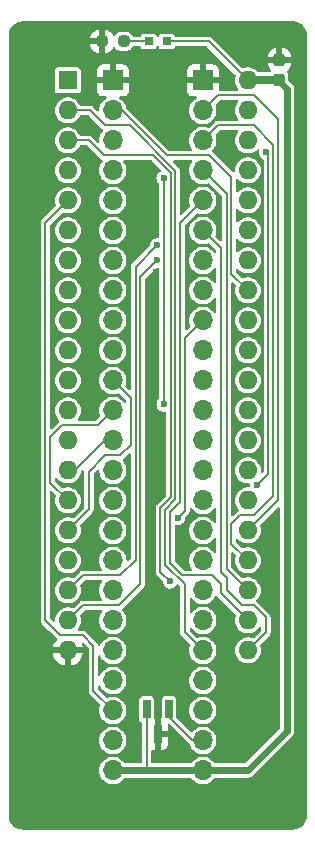
<source format=gbr>
G04 #@! TF.GenerationSoftware,KiCad,Pcbnew,7.0.11+dfsg-1build4*
G04 #@! TF.CreationDate,2024-12-04T11:30:58+09:00*
G04 #@! TF.ProjectId,bionic-ins8070,62696f6e-6963-42d6-996e-73383037302e,6*
G04 #@! TF.SameCoordinates,Original*
G04 #@! TF.FileFunction,Copper,L1,Top*
G04 #@! TF.FilePolarity,Positive*
%FSLAX46Y46*%
G04 Gerber Fmt 4.6, Leading zero omitted, Abs format (unit mm)*
G04 Created by KiCad (PCBNEW 7.0.11+dfsg-1build4) date 2024-12-04 11:30:58*
%MOMM*%
%LPD*%
G01*
G04 APERTURE LIST*
G04 Aperture macros list*
%AMRoundRect*
0 Rectangle with rounded corners*
0 $1 Rounding radius*
0 $2 $3 $4 $5 $6 $7 $8 $9 X,Y pos of 4 corners*
0 Add a 4 corners polygon primitive as box body*
4,1,4,$2,$3,$4,$5,$6,$7,$8,$9,$2,$3,0*
0 Add four circle primitives for the rounded corners*
1,1,$1+$1,$2,$3*
1,1,$1+$1,$4,$5*
1,1,$1+$1,$6,$7*
1,1,$1+$1,$8,$9*
0 Add four rect primitives between the rounded corners*
20,1,$1+$1,$2,$3,$4,$5,0*
20,1,$1+$1,$4,$5,$6,$7,0*
20,1,$1+$1,$6,$7,$8,$9,0*
20,1,$1+$1,$8,$9,$2,$3,0*%
G04 Aperture macros list end*
G04 #@! TA.AperFunction,SMDPad,CuDef*
%ADD10R,0.762000X0.711200*%
G04 #@! TD*
G04 #@! TA.AperFunction,ComponentPad*
%ADD11R,1.600000X1.600000*%
G04 #@! TD*
G04 #@! TA.AperFunction,ComponentPad*
%ADD12O,1.600000X1.600000*%
G04 #@! TD*
G04 #@! TA.AperFunction,SMDPad,CuDef*
%ADD13RoundRect,0.237500X0.237500X-0.300000X0.237500X0.300000X-0.237500X0.300000X-0.237500X-0.300000X0*%
G04 #@! TD*
G04 #@! TA.AperFunction,SMDPad,CuDef*
%ADD14RoundRect,0.237500X0.250000X0.237500X-0.250000X0.237500X-0.250000X-0.237500X0.250000X-0.237500X0*%
G04 #@! TD*
G04 #@! TA.AperFunction,SMDPad,CuDef*
%ADD15R,0.660400X1.625600*%
G04 #@! TD*
G04 #@! TA.AperFunction,ComponentPad*
%ADD16R,1.700000X1.700000*%
G04 #@! TD*
G04 #@! TA.AperFunction,ComponentPad*
%ADD17O,1.700000X1.700000*%
G04 #@! TD*
G04 #@! TA.AperFunction,ViaPad*
%ADD18C,0.600000*%
G04 #@! TD*
G04 #@! TA.AperFunction,Conductor*
%ADD19C,0.200000*%
G04 #@! TD*
G04 #@! TA.AperFunction,Conductor*
%ADD20C,0.600000*%
G04 #@! TD*
G04 APERTURE END LIST*
D10*
X112912600Y-71778000D03*
X114462000Y-71778000D03*
D11*
X106080000Y-75080000D03*
D12*
X106080000Y-77620000D03*
X106080000Y-80160000D03*
X106080000Y-82700000D03*
X106080000Y-85240000D03*
X106080000Y-87780000D03*
X106080000Y-90320000D03*
X106080000Y-92860000D03*
X106080000Y-95400000D03*
X106080000Y-97940000D03*
X106080000Y-100480000D03*
X106080000Y-103020000D03*
X106080000Y-105560000D03*
X106080000Y-108100000D03*
X106080000Y-110640000D03*
X106080000Y-113180000D03*
X106080000Y-115720000D03*
X106080000Y-118260000D03*
X106080000Y-120800000D03*
X106080000Y-123340000D03*
X121320000Y-123340000D03*
X121320000Y-120800000D03*
X121320000Y-118260000D03*
X121320000Y-115720000D03*
X121320000Y-113180000D03*
X121320000Y-110640000D03*
X121320000Y-108100000D03*
X121320000Y-105560000D03*
X121320000Y-103020000D03*
X121320000Y-100480000D03*
X121320000Y-97940000D03*
X121320000Y-95400000D03*
X121320000Y-92860000D03*
X121320000Y-90320000D03*
X121320000Y-87780000D03*
X121320000Y-85240000D03*
X121320000Y-82700000D03*
X121320000Y-80160000D03*
X121320000Y-77620000D03*
X121320000Y-75080000D03*
D13*
X123987000Y-75078900D03*
X123987000Y-73353900D03*
D14*
X110802500Y-71778000D03*
X108977500Y-71778000D03*
D15*
X114650001Y-128318400D03*
X112749999Y-128318400D03*
X113700000Y-130450400D03*
D16*
X109890000Y-75080000D03*
D17*
X109890000Y-77620000D03*
X109890000Y-80160000D03*
X109890000Y-82700000D03*
X109890000Y-85240000D03*
X109890000Y-87780000D03*
X109890000Y-90320000D03*
X109890000Y-92860000D03*
X109890000Y-95400000D03*
X109890000Y-97940000D03*
X109890000Y-100480000D03*
X109890000Y-103020000D03*
X109890000Y-105560000D03*
X109890000Y-108100000D03*
X109890000Y-110640000D03*
X109890000Y-113180000D03*
X109890000Y-115720000D03*
X109890000Y-118260000D03*
X109890000Y-120800000D03*
X109890000Y-123340000D03*
X109890000Y-125880000D03*
X109890000Y-128420000D03*
X109890000Y-130960000D03*
X109890000Y-133500000D03*
X117510000Y-133500000D03*
X117510000Y-130960000D03*
X117510000Y-128420000D03*
X117510000Y-125880000D03*
X117510000Y-123340000D03*
X117510000Y-120800000D03*
X117510000Y-118260000D03*
X117510000Y-115720000D03*
X117510000Y-113180000D03*
X117510000Y-110640000D03*
X117510000Y-108100000D03*
X117510000Y-105560000D03*
X117510000Y-103020000D03*
X117510000Y-100480000D03*
X117510000Y-97940000D03*
X117510000Y-95400000D03*
X117510000Y-92860000D03*
X117510000Y-90320000D03*
X117510000Y-87780000D03*
X117510000Y-85240000D03*
X117510000Y-82700000D03*
X117510000Y-80160000D03*
X117510000Y-77620000D03*
D16*
X117510000Y-75080000D03*
D18*
X113573000Y-91336000D03*
X116367000Y-91717000D03*
X113608000Y-89050000D03*
X122860000Y-81176000D03*
X121320000Y-128293000D03*
X115605000Y-115339000D03*
X103921000Y-81430000D03*
X113700000Y-119530000D03*
X119542000Y-122197000D03*
X112684000Y-123848000D03*
X122209000Y-99210000D03*
X113192000Y-100480000D03*
X121320000Y-72946400D03*
X113700000Y-132179200D03*
X113319000Y-110005000D03*
X107985000Y-113942000D03*
X115386000Y-112129000D03*
X114716000Y-117498000D03*
X113608000Y-90320000D03*
X114186000Y-83335000D03*
X114186000Y-102512000D03*
X122082000Y-109370000D03*
D19*
X122860000Y-81176000D02*
X123060000Y-81376000D01*
X123060000Y-81376000D02*
X123060000Y-108392000D01*
X123060000Y-108392000D02*
X122082000Y-109370000D01*
X113608000Y-89050000D02*
X111814000Y-90844000D01*
X111814000Y-90844000D02*
X111814000Y-115701000D01*
X111814000Y-115701000D02*
X110525000Y-116990000D01*
X110525000Y-116990000D02*
X107350000Y-116990000D01*
X107350000Y-116990000D02*
X106080000Y-118260000D01*
X112214000Y-117714000D02*
X110398000Y-119530000D01*
X112214000Y-91714000D02*
X112214000Y-117714000D01*
X113608000Y-90320000D02*
X112214000Y-91714000D01*
X107350000Y-119530000D02*
X106080000Y-120800000D01*
X110398000Y-119530000D02*
X107350000Y-119530000D01*
X106080000Y-85240000D02*
X104175000Y-87145000D01*
X104175000Y-87145000D02*
X104175000Y-120800000D01*
X104175000Y-120800000D02*
X105445000Y-122070000D01*
X105445000Y-122070000D02*
X107350000Y-122070000D01*
X107350000Y-122070000D02*
X108239000Y-122959000D01*
X108239000Y-122959000D02*
X108239000Y-126769000D01*
X108239000Y-126769000D02*
X109890000Y-128420000D01*
X114716000Y-117498000D02*
X113916000Y-116698000D01*
X113916000Y-116698000D02*
X113916000Y-111255314D01*
X113916000Y-111255314D02*
X114786000Y-110385314D01*
X113319000Y-81430000D02*
X109128000Y-81430000D01*
X114786000Y-110385314D02*
X114786000Y-82897000D01*
X114786000Y-82897000D02*
X113319000Y-81430000D01*
X109128000Y-81430000D02*
X107858000Y-80160000D01*
X107858000Y-80160000D02*
X106080000Y-80160000D01*
X106080000Y-77620000D02*
X107985000Y-77620000D01*
X107985000Y-77620000D02*
X109255000Y-78890000D01*
X114316000Y-116081999D02*
X115986000Y-117751999D01*
X109255000Y-78890000D02*
X111344686Y-78890000D01*
X111344686Y-78890000D02*
X115186000Y-82731314D01*
X115186000Y-82731314D02*
X115186000Y-110551000D01*
X115186000Y-110551000D02*
X114316000Y-111421000D01*
X114316000Y-111421000D02*
X114316000Y-116081999D01*
X115986000Y-117751999D02*
X115986000Y-121816000D01*
X115986000Y-121816000D02*
X117510000Y-123340000D01*
X114650001Y-128318400D02*
X114650001Y-128989001D01*
X114650001Y-128989001D02*
X116621000Y-130960000D01*
X116621000Y-130960000D02*
X117510000Y-130960000D01*
X112749999Y-128318400D02*
X112749999Y-133434001D01*
X112749999Y-133434001D02*
X112684000Y-133500000D01*
D20*
X121320000Y-75080000D02*
X123910800Y-75080000D01*
D19*
X118018000Y-71778000D02*
X121320000Y-75080000D01*
X114474700Y-71778000D02*
X118018000Y-71778000D01*
D20*
X124622000Y-75791200D02*
X124622000Y-130198000D01*
X123910800Y-75080000D02*
X124622000Y-75791200D01*
D19*
X123860000Y-74799500D02*
X121600500Y-74799500D01*
D20*
X121320000Y-133500000D02*
X117510000Y-133500000D01*
X112684000Y-133500000D02*
X117510000Y-133500000D01*
X109890000Y-133500000D02*
X112684000Y-133500000D01*
D19*
X121600500Y-74799500D02*
X121320000Y-75080000D01*
D20*
X124622000Y-130198000D02*
X121320000Y-133500000D01*
D19*
X115986000Y-96924000D02*
X117510000Y-95400000D01*
X115386000Y-112129000D02*
X115986000Y-111529000D01*
X115986000Y-111529000D02*
X115986000Y-96924000D01*
X119542000Y-118260000D02*
X120812000Y-119530000D01*
X119034000Y-89304000D02*
X119034000Y-116736000D01*
X119034000Y-116736000D02*
X119542000Y-117244000D01*
X119542000Y-117244000D02*
X119542000Y-118260000D01*
X122844000Y-121816000D02*
X121320000Y-123340000D01*
X117510000Y-87780000D02*
X119034000Y-89304000D01*
X121828000Y-119530000D02*
X122844000Y-120546000D01*
X122844000Y-120546000D02*
X122844000Y-121816000D01*
X120812000Y-119530000D02*
X121828000Y-119530000D01*
X115586000Y-87164000D02*
X115586000Y-110786000D01*
X115586000Y-110786000D02*
X114716000Y-111656000D01*
X119034000Y-118514000D02*
X121320000Y-120800000D01*
X118272000Y-116990000D02*
X119034000Y-117752000D01*
X119034000Y-117752000D02*
X119034000Y-118514000D01*
X114716000Y-111656000D02*
X114716000Y-115916314D01*
X114716000Y-115916314D02*
X115789686Y-116990000D01*
X117510000Y-85240000D02*
X115586000Y-87164000D01*
X115789686Y-116990000D02*
X118272000Y-116990000D01*
X119523000Y-116463000D02*
X119523000Y-84713000D01*
X121320000Y-118260000D02*
X119523000Y-116463000D01*
X119523000Y-84713000D02*
X117510000Y-82700000D01*
X123460000Y-80522000D02*
X123460000Y-110278000D01*
X121828000Y-111910000D02*
X120685000Y-111910000D01*
X117510000Y-80160000D02*
X118780000Y-78890000D01*
X118780000Y-78890000D02*
X121828000Y-78890000D01*
X119923000Y-114323000D02*
X121320000Y-115720000D01*
X119923000Y-112672000D02*
X119923000Y-114323000D01*
X123460000Y-110278000D02*
X121828000Y-111910000D01*
X120685000Y-111910000D02*
X119923000Y-112672000D01*
X121828000Y-78890000D02*
X123460000Y-80522000D01*
X123860000Y-78382000D02*
X123860000Y-110640000D01*
X123860000Y-110640000D02*
X121320000Y-113180000D01*
X118780000Y-76350000D02*
X121828000Y-76350000D01*
X121828000Y-76350000D02*
X123860000Y-78382000D01*
X117510000Y-77620000D02*
X118780000Y-76350000D01*
X114208000Y-102490000D02*
X114186000Y-102512000D01*
X114186000Y-83335000D02*
X114208000Y-83357000D01*
X114208000Y-83357000D02*
X114208000Y-102490000D01*
X119923000Y-91463000D02*
X121320000Y-92860000D01*
X109890000Y-77620000D02*
X110640372Y-77620000D01*
X119923000Y-83283827D02*
X119923000Y-91463000D01*
X114450372Y-81430000D02*
X118069173Y-81430000D01*
X110640372Y-77620000D02*
X114450372Y-81430000D01*
X118069173Y-81430000D02*
X119923000Y-83283827D01*
X106715000Y-108100000D02*
X106080000Y-108100000D01*
X109890000Y-105560000D02*
X109255000Y-105560000D01*
X109255000Y-105560000D02*
X106715000Y-108100000D01*
X109890000Y-103020000D02*
X108620000Y-104290000D01*
X104575000Y-105287000D02*
X104575000Y-109135000D01*
X108620000Y-104290000D02*
X105572000Y-104290000D01*
X105572000Y-104290000D02*
X104575000Y-105287000D01*
X104575000Y-109135000D02*
X106080000Y-110640000D01*
X109890000Y-100480000D02*
X111414000Y-102004000D01*
X110525000Y-106830000D02*
X109255000Y-106830000D01*
X111414000Y-105941000D02*
X110525000Y-106830000D01*
X109255000Y-106830000D02*
X107858000Y-108227000D01*
X111414000Y-102004000D02*
X111414000Y-105941000D01*
X107858000Y-111402000D02*
X106080000Y-113180000D01*
X107858000Y-108227000D02*
X107858000Y-111402000D01*
X110802500Y-71778000D02*
X112925300Y-71778000D01*
G04 #@! TA.AperFunction,Conductor*
G36*
X111359445Y-106658690D02*
G01*
X111402710Y-106701955D01*
X111413500Y-106746900D01*
X111413500Y-115494099D01*
X111394593Y-115552290D01*
X111384503Y-115564103D01*
X111210085Y-115738520D01*
X111155569Y-115766297D01*
X111095137Y-115756726D01*
X111051872Y-115713461D01*
X111041505Y-115677653D01*
X111025756Y-115507690D01*
X110967405Y-115302611D01*
X110872366Y-115111745D01*
X110743872Y-114941593D01*
X110687159Y-114889892D01*
X110586307Y-114797952D01*
X110586300Y-114797946D01*
X110405024Y-114685705D01*
X110405019Y-114685702D01*
X110206195Y-114608678D01*
X109996610Y-114569500D01*
X109783390Y-114569500D01*
X109573804Y-114608678D01*
X109374980Y-114685702D01*
X109374975Y-114685705D01*
X109193699Y-114797946D01*
X109193692Y-114797952D01*
X109036135Y-114941586D01*
X109036131Y-114941589D01*
X109036128Y-114941593D01*
X109036125Y-114941597D01*
X108907635Y-115111743D01*
X108907630Y-115111752D01*
X108812596Y-115302608D01*
X108754244Y-115507688D01*
X108754244Y-115507689D01*
X108754244Y-115507690D01*
X108734571Y-115720000D01*
X108754244Y-115932310D01*
X108812595Y-116137389D01*
X108907634Y-116328255D01*
X108968700Y-116409119D01*
X108985103Y-116430839D01*
X109005082Y-116488670D01*
X108987253Y-116547201D01*
X108938427Y-116584073D01*
X108906099Y-116589500D01*
X107314403Y-116589500D01*
X107314379Y-116589501D01*
X107286563Y-116589501D01*
X107263626Y-116596954D01*
X107248524Y-116600580D01*
X107224693Y-116604354D01*
X107203198Y-116615306D01*
X107188853Y-116621248D01*
X107165911Y-116628703D01*
X107146393Y-116642884D01*
X107133150Y-116650999D01*
X107111658Y-116661950D01*
X107111656Y-116661951D01*
X107089091Y-116684515D01*
X107089092Y-116684516D01*
X107089091Y-116684517D01*
X107089090Y-116684517D01*
X106568025Y-117205580D01*
X106513509Y-117233357D01*
X106462260Y-117227891D01*
X106382456Y-117196976D01*
X106181976Y-117159500D01*
X105978024Y-117159500D01*
X105777546Y-117196975D01*
X105755334Y-117205580D01*
X105587363Y-117270652D01*
X105457118Y-117351296D01*
X105413959Y-117378019D01*
X105263237Y-117515420D01*
X105140328Y-117678177D01*
X105140323Y-117678186D01*
X105058450Y-117842611D01*
X105049418Y-117860750D01*
X104993603Y-118056917D01*
X104974785Y-118260000D01*
X104993603Y-118463083D01*
X105049418Y-118659250D01*
X105140327Y-118841821D01*
X105263236Y-119004579D01*
X105413959Y-119141981D01*
X105587363Y-119249348D01*
X105777544Y-119323024D01*
X105978024Y-119360500D01*
X106181976Y-119360500D01*
X106382456Y-119323024D01*
X106572637Y-119249348D01*
X106746041Y-119141981D01*
X106896764Y-119004579D01*
X107019673Y-118841821D01*
X107110582Y-118659250D01*
X107166397Y-118463083D01*
X107185215Y-118260000D01*
X107166397Y-118056917D01*
X107112118Y-117866148D01*
X107114379Y-117805010D01*
X107137336Y-117769056D01*
X107486897Y-117419496D01*
X107541413Y-117391719D01*
X107556900Y-117390500D01*
X108906099Y-117390500D01*
X108964290Y-117409407D01*
X109000254Y-117458907D01*
X109000254Y-117520093D01*
X108985103Y-117549161D01*
X108907635Y-117651743D01*
X108907630Y-117651752D01*
X108812596Y-117842608D01*
X108754244Y-118047688D01*
X108754244Y-118047689D01*
X108754244Y-118047690D01*
X108734571Y-118260000D01*
X108754244Y-118472310D01*
X108807434Y-118659252D01*
X108812596Y-118677391D01*
X108907630Y-118868247D01*
X108907635Y-118868256D01*
X108985103Y-118970839D01*
X109005082Y-119028670D01*
X108987253Y-119087201D01*
X108938427Y-119124073D01*
X108906099Y-119129500D01*
X107314403Y-119129500D01*
X107314379Y-119129501D01*
X107286563Y-119129501D01*
X107263626Y-119136954D01*
X107248524Y-119140580D01*
X107224693Y-119144354D01*
X107203198Y-119155306D01*
X107188853Y-119161248D01*
X107165911Y-119168703D01*
X107146393Y-119182884D01*
X107133150Y-119190999D01*
X107111658Y-119201950D01*
X107111656Y-119201951D01*
X107089091Y-119224515D01*
X107089092Y-119224516D01*
X107089091Y-119224517D01*
X107089090Y-119224517D01*
X106568025Y-119745580D01*
X106513509Y-119773357D01*
X106462260Y-119767891D01*
X106382456Y-119736976D01*
X106181976Y-119699500D01*
X105978024Y-119699500D01*
X105777546Y-119736975D01*
X105755334Y-119745580D01*
X105587363Y-119810652D01*
X105478676Y-119877948D01*
X105413959Y-119918019D01*
X105263237Y-120055420D01*
X105140328Y-120218177D01*
X105140323Y-120218186D01*
X105049419Y-120400747D01*
X104993603Y-120596917D01*
X104974450Y-120803608D01*
X104950254Y-120859806D01*
X104897646Y-120891049D01*
X104836722Y-120885403D01*
X104805868Y-120864476D01*
X104745000Y-120803608D01*
X104604496Y-120663103D01*
X104576719Y-120608587D01*
X104575500Y-120593100D01*
X104575500Y-115720000D01*
X104974785Y-115720000D01*
X104993603Y-115923083D01*
X105049418Y-116119250D01*
X105140327Y-116301821D01*
X105263236Y-116464579D01*
X105413959Y-116601981D01*
X105587363Y-116709348D01*
X105777544Y-116783024D01*
X105978024Y-116820500D01*
X106181976Y-116820500D01*
X106382456Y-116783024D01*
X106572637Y-116709348D01*
X106746041Y-116601981D01*
X106896764Y-116464579D01*
X107019673Y-116301821D01*
X107110582Y-116119250D01*
X107166397Y-115923083D01*
X107185215Y-115720000D01*
X107166397Y-115516917D01*
X107110582Y-115320750D01*
X107019673Y-115138179D01*
X106896764Y-114975421D01*
X106746041Y-114838019D01*
X106572637Y-114730652D01*
X106382456Y-114656976D01*
X106382455Y-114656975D01*
X106382453Y-114656975D01*
X106181976Y-114619500D01*
X105978024Y-114619500D01*
X105777546Y-114656975D01*
X105755334Y-114665580D01*
X105587363Y-114730652D01*
X105478676Y-114797948D01*
X105413959Y-114838019D01*
X105263237Y-114975420D01*
X105140328Y-115138177D01*
X105140323Y-115138186D01*
X105058450Y-115302611D01*
X105049418Y-115320750D01*
X104993603Y-115516917D01*
X104974785Y-115720000D01*
X104575500Y-115720000D01*
X104575500Y-109940900D01*
X104594407Y-109882709D01*
X104643907Y-109846745D01*
X104705093Y-109846745D01*
X104744504Y-109870897D01*
X105022663Y-110149057D01*
X105050440Y-110203573D01*
X105047880Y-110246152D01*
X104993603Y-110436915D01*
X104993603Y-110436917D01*
X104974785Y-110640000D01*
X104993603Y-110843083D01*
X105049418Y-111039250D01*
X105140327Y-111221821D01*
X105263236Y-111384579D01*
X105413959Y-111521981D01*
X105587363Y-111629348D01*
X105777544Y-111703024D01*
X105978024Y-111740500D01*
X106181976Y-111740500D01*
X106382456Y-111703024D01*
X106572637Y-111629348D01*
X106746041Y-111521981D01*
X106896764Y-111384579D01*
X107019673Y-111221821D01*
X107110582Y-111039250D01*
X107166397Y-110843083D01*
X107185215Y-110640000D01*
X107166397Y-110436917D01*
X107110582Y-110240750D01*
X107019673Y-110058179D01*
X106896764Y-109895421D01*
X106746041Y-109758019D01*
X106572637Y-109650652D01*
X106382456Y-109576976D01*
X106382455Y-109576975D01*
X106382453Y-109576975D01*
X106181976Y-109539500D01*
X105978024Y-109539500D01*
X105777544Y-109576975D01*
X105697739Y-109607892D01*
X105636648Y-109611282D01*
X105591973Y-109585581D01*
X105004496Y-108998103D01*
X104976719Y-108943586D01*
X104975500Y-108928099D01*
X104975500Y-108758930D01*
X104994407Y-108700739D01*
X105043907Y-108664775D01*
X105105093Y-108664775D01*
X105153502Y-108699267D01*
X105263236Y-108844579D01*
X105413959Y-108981981D01*
X105587363Y-109089348D01*
X105777544Y-109163024D01*
X105978024Y-109200500D01*
X106181976Y-109200500D01*
X106382456Y-109163024D01*
X106572637Y-109089348D01*
X106746041Y-108981981D01*
X106896764Y-108844579D01*
X107019673Y-108681821D01*
X107110582Y-108499250D01*
X107166397Y-108303083D01*
X107172094Y-108241591D01*
X107196288Y-108185397D01*
X107200668Y-108180724D01*
X107288497Y-108092896D01*
X107343014Y-108065119D01*
X107403446Y-108074691D01*
X107446710Y-108117955D01*
X107457500Y-108162900D01*
X107457500Y-111195098D01*
X107438593Y-111253289D01*
X107428504Y-111265102D01*
X106568025Y-112125580D01*
X106513508Y-112153357D01*
X106462259Y-112147891D01*
X106382460Y-112116977D01*
X106382447Y-112116974D01*
X106181976Y-112079500D01*
X105978024Y-112079500D01*
X105777546Y-112116975D01*
X105755334Y-112125580D01*
X105587363Y-112190652D01*
X105478676Y-112257948D01*
X105413959Y-112298019D01*
X105263237Y-112435420D01*
X105140328Y-112598177D01*
X105140323Y-112598186D01*
X105058450Y-112762611D01*
X105049418Y-112780750D01*
X104993603Y-112976917D01*
X104974785Y-113180000D01*
X104993603Y-113383083D01*
X105049418Y-113579250D01*
X105140327Y-113761821D01*
X105263236Y-113924579D01*
X105413959Y-114061981D01*
X105587363Y-114169348D01*
X105777544Y-114243024D01*
X105978024Y-114280500D01*
X106181976Y-114280500D01*
X106382456Y-114243024D01*
X106572637Y-114169348D01*
X106746041Y-114061981D01*
X106896764Y-113924579D01*
X107019673Y-113761821D01*
X107110582Y-113579250D01*
X107166397Y-113383083D01*
X107185215Y-113180000D01*
X108734571Y-113180000D01*
X108754244Y-113392310D01*
X108812595Y-113597389D01*
X108907634Y-113788255D01*
X109036128Y-113958407D01*
X109036135Y-113958413D01*
X109193692Y-114102047D01*
X109193699Y-114102053D01*
X109241397Y-114131586D01*
X109374981Y-114214298D01*
X109573802Y-114291321D01*
X109783390Y-114330500D01*
X109996610Y-114330500D01*
X110206198Y-114291321D01*
X110405019Y-114214298D01*
X110586302Y-114102052D01*
X110743872Y-113958407D01*
X110872366Y-113788255D01*
X110967405Y-113597389D01*
X111025756Y-113392310D01*
X111045429Y-113180000D01*
X111025756Y-112967690D01*
X110967405Y-112762611D01*
X110872366Y-112571745D01*
X110743872Y-112401593D01*
X110689623Y-112352139D01*
X110586307Y-112257952D01*
X110586300Y-112257946D01*
X110405024Y-112145705D01*
X110405019Y-112145702D01*
X110345300Y-112122567D01*
X110206198Y-112068679D01*
X110206197Y-112068678D01*
X110206195Y-112068678D01*
X109996610Y-112029500D01*
X109783390Y-112029500D01*
X109573804Y-112068678D01*
X109374980Y-112145702D01*
X109374975Y-112145705D01*
X109193699Y-112257946D01*
X109193692Y-112257952D01*
X109036135Y-112401586D01*
X109036131Y-112401589D01*
X109036128Y-112401593D01*
X109036125Y-112401597D01*
X108907635Y-112571743D01*
X108907630Y-112571752D01*
X108812596Y-112762608D01*
X108754244Y-112967688D01*
X108754244Y-112967690D01*
X108734571Y-113180000D01*
X107185215Y-113180000D01*
X107166397Y-112976917D01*
X107112118Y-112786148D01*
X107114379Y-112725010D01*
X107137333Y-112689058D01*
X108163484Y-111662909D01*
X108163484Y-111662908D01*
X108169127Y-111657266D01*
X108169133Y-111657257D01*
X108186050Y-111640342D01*
X108197004Y-111618841D01*
X108205110Y-111605613D01*
X108219296Y-111586089D01*
X108226750Y-111563146D01*
X108232691Y-111548802D01*
X108243646Y-111527304D01*
X108247421Y-111503467D01*
X108251046Y-111488371D01*
X108258500Y-111465433D01*
X108258500Y-111338567D01*
X108258500Y-110640000D01*
X108734571Y-110640000D01*
X108754244Y-110852310D01*
X108812595Y-111057389D01*
X108907634Y-111248255D01*
X109036128Y-111418407D01*
X109087713Y-111465433D01*
X109193692Y-111562047D01*
X109193699Y-111562053D01*
X109264027Y-111605598D01*
X109374981Y-111674298D01*
X109573802Y-111751321D01*
X109783390Y-111790500D01*
X109996610Y-111790500D01*
X110206198Y-111751321D01*
X110405019Y-111674298D01*
X110586302Y-111562052D01*
X110743872Y-111418407D01*
X110872366Y-111248255D01*
X110967405Y-111057389D01*
X111025756Y-110852310D01*
X111045429Y-110640000D01*
X111025756Y-110427690D01*
X110967405Y-110222611D01*
X110872366Y-110031745D01*
X110743872Y-109861593D01*
X110674417Y-109798276D01*
X110586307Y-109717952D01*
X110586300Y-109717946D01*
X110405024Y-109605705D01*
X110405019Y-109605702D01*
X110206195Y-109528678D01*
X109996610Y-109489500D01*
X109783390Y-109489500D01*
X109573804Y-109528678D01*
X109374980Y-109605702D01*
X109374975Y-109605705D01*
X109193699Y-109717946D01*
X109193692Y-109717952D01*
X109036135Y-109861586D01*
X109036131Y-109861589D01*
X109036128Y-109861593D01*
X109036125Y-109861597D01*
X108907635Y-110031743D01*
X108907630Y-110031752D01*
X108812596Y-110222608D01*
X108754244Y-110427688D01*
X108754244Y-110427690D01*
X108734571Y-110640000D01*
X108258500Y-110640000D01*
X108258500Y-108433900D01*
X108277407Y-108375709D01*
X108287496Y-108363897D01*
X108569913Y-108081479D01*
X108624430Y-108053701D01*
X108684862Y-108063272D01*
X108728127Y-108106537D01*
X108738495Y-108142347D01*
X108754244Y-108312311D01*
X108766500Y-108355384D01*
X108807434Y-108499252D01*
X108812596Y-108517391D01*
X108903891Y-108700739D01*
X108907634Y-108708255D01*
X109036128Y-108878407D01*
X109036135Y-108878413D01*
X109193692Y-109022047D01*
X109193699Y-109022053D01*
X109297389Y-109086255D01*
X109374981Y-109134298D01*
X109573802Y-109211321D01*
X109783390Y-109250500D01*
X109996610Y-109250500D01*
X110206198Y-109211321D01*
X110405019Y-109134298D01*
X110586302Y-109022052D01*
X110743872Y-108878407D01*
X110872366Y-108708255D01*
X110967405Y-108517389D01*
X111025756Y-108312310D01*
X111045429Y-108100000D01*
X111025756Y-107887690D01*
X110967405Y-107682611D01*
X110872366Y-107491745D01*
X110743872Y-107321593D01*
X110743869Y-107321590D01*
X110741524Y-107319452D01*
X110740865Y-107318295D01*
X110740788Y-107318210D01*
X110740807Y-107318192D01*
X110711260Y-107266275D01*
X110718032Y-107205466D01*
X110757056Y-107162661D01*
X110757035Y-107162633D01*
X110757175Y-107162531D01*
X110759254Y-107160251D01*
X110763254Y-107158094D01*
X110763342Y-107158050D01*
X110780261Y-107141129D01*
X110780265Y-107141127D01*
X110785907Y-107135485D01*
X110785909Y-107135484D01*
X111244498Y-106676894D01*
X111299013Y-106649119D01*
X111359445Y-106658690D01*
G37*
G04 #@! TD.AperFunction*
G04 #@! TA.AperFunction,Conductor*
G36*
X118566827Y-111263165D02*
G01*
X118615654Y-111300037D01*
X118633500Y-111356738D01*
X118633500Y-112463261D01*
X118614593Y-112521452D01*
X118565093Y-112557416D01*
X118503907Y-112557416D01*
X118455497Y-112522922D01*
X118363880Y-112401603D01*
X118363877Y-112401600D01*
X118363872Y-112401593D01*
X118309623Y-112352139D01*
X118206307Y-112257952D01*
X118206300Y-112257946D01*
X118025024Y-112145705D01*
X118025019Y-112145702D01*
X117965300Y-112122567D01*
X117826198Y-112068679D01*
X117826197Y-112068678D01*
X117826195Y-112068678D01*
X117616610Y-112029500D01*
X117403390Y-112029500D01*
X117193804Y-112068678D01*
X116994980Y-112145702D01*
X116994975Y-112145705D01*
X116813699Y-112257946D01*
X116813692Y-112257952D01*
X116656135Y-112401586D01*
X116656131Y-112401589D01*
X116656128Y-112401593D01*
X116656125Y-112401597D01*
X116527635Y-112571743D01*
X116527630Y-112571752D01*
X116432596Y-112762608D01*
X116374244Y-112967688D01*
X116374244Y-112967690D01*
X116354571Y-113180000D01*
X116374244Y-113392310D01*
X116432595Y-113597389D01*
X116527634Y-113788255D01*
X116656128Y-113958407D01*
X116656135Y-113958413D01*
X116813692Y-114102047D01*
X116813699Y-114102053D01*
X116861397Y-114131586D01*
X116994981Y-114214298D01*
X117193802Y-114291321D01*
X117403390Y-114330500D01*
X117616610Y-114330500D01*
X117826198Y-114291321D01*
X118025019Y-114214298D01*
X118206302Y-114102052D01*
X118363872Y-113958407D01*
X118455498Y-113837075D01*
X118505653Y-113802034D01*
X118566827Y-113803165D01*
X118615654Y-113840037D01*
X118633500Y-113896738D01*
X118633500Y-115003261D01*
X118614593Y-115061452D01*
X118565093Y-115097416D01*
X118503907Y-115097416D01*
X118455497Y-115062922D01*
X118363880Y-114941603D01*
X118363877Y-114941600D01*
X118363872Y-114941593D01*
X118307159Y-114889892D01*
X118206307Y-114797952D01*
X118206300Y-114797946D01*
X118025024Y-114685705D01*
X118025019Y-114685702D01*
X117826195Y-114608678D01*
X117616610Y-114569500D01*
X117403390Y-114569500D01*
X117193804Y-114608678D01*
X116994980Y-114685702D01*
X116994975Y-114685705D01*
X116813699Y-114797946D01*
X116813692Y-114797952D01*
X116656135Y-114941586D01*
X116656131Y-114941589D01*
X116656128Y-114941593D01*
X116656125Y-114941597D01*
X116527635Y-115111743D01*
X116527630Y-115111752D01*
X116432596Y-115302608D01*
X116374244Y-115507688D01*
X116374244Y-115507689D01*
X116374244Y-115507690D01*
X116354571Y-115720000D01*
X116374244Y-115932310D01*
X116432595Y-116137389D01*
X116527634Y-116328255D01*
X116588700Y-116409119D01*
X116605103Y-116430839D01*
X116625082Y-116488670D01*
X116607253Y-116547201D01*
X116558427Y-116584073D01*
X116526099Y-116589500D01*
X115996586Y-116589500D01*
X115938395Y-116570593D01*
X115926582Y-116560504D01*
X115145496Y-115779417D01*
X115117719Y-115724900D01*
X115116500Y-115709413D01*
X115116500Y-112812089D01*
X115135407Y-112753898D01*
X115184907Y-112717934D01*
X115228422Y-112713936D01*
X115229235Y-112714043D01*
X115229238Y-112714044D01*
X115386000Y-112734682D01*
X115386001Y-112734682D01*
X115417352Y-112730554D01*
X115542762Y-112714044D01*
X115688841Y-112653536D01*
X115814282Y-112557282D01*
X115910536Y-112431841D01*
X115971044Y-112285762D01*
X115991682Y-112129000D01*
X115992529Y-112122567D01*
X115994256Y-112122794D01*
X116010589Y-112072527D01*
X116020678Y-112060714D01*
X116145289Y-111936103D01*
X116291483Y-111789909D01*
X116314050Y-111767342D01*
X116325002Y-111745843D01*
X116333115Y-111732605D01*
X116347296Y-111713090D01*
X116354751Y-111690142D01*
X116360690Y-111675802D01*
X116371646Y-111654304D01*
X116375421Y-111630465D01*
X116379043Y-111615382D01*
X116386500Y-111592433D01*
X116386500Y-111465567D01*
X116386500Y-111356738D01*
X116405407Y-111298547D01*
X116454907Y-111262583D01*
X116516093Y-111262583D01*
X116564501Y-111297075D01*
X116656128Y-111418407D01*
X116707713Y-111465433D01*
X116813692Y-111562047D01*
X116813699Y-111562053D01*
X116884027Y-111605598D01*
X116994981Y-111674298D01*
X117193802Y-111751321D01*
X117403390Y-111790500D01*
X117616610Y-111790500D01*
X117826198Y-111751321D01*
X118025019Y-111674298D01*
X118206302Y-111562052D01*
X118363872Y-111418407D01*
X118455498Y-111297075D01*
X118505653Y-111262034D01*
X118566827Y-111263165D01*
G37*
G04 #@! TD.AperFunction*
G04 #@! TA.AperFunction,Conductor*
G36*
X120456945Y-79309407D02*
G01*
X120492909Y-79358907D01*
X120492909Y-79420093D01*
X120477760Y-79449155D01*
X120408783Y-79540496D01*
X120380328Y-79578177D01*
X120380323Y-79578186D01*
X120298450Y-79742611D01*
X120289418Y-79760750D01*
X120233603Y-79956917D01*
X120214785Y-80160000D01*
X120233603Y-80363083D01*
X120289418Y-80559250D01*
X120380327Y-80741821D01*
X120503236Y-80904579D01*
X120653959Y-81041981D01*
X120827363Y-81149348D01*
X121017544Y-81223024D01*
X121218024Y-81260500D01*
X121421976Y-81260500D01*
X121622456Y-81223024D01*
X121812637Y-81149348D01*
X121986041Y-81041981D01*
X122110749Y-80928294D01*
X122166487Y-80903065D01*
X122226412Y-80915417D01*
X122267633Y-80960633D01*
X122275595Y-81014379D01*
X122254318Y-81175999D01*
X122254318Y-81176000D01*
X122274955Y-81332758D01*
X122274957Y-81332766D01*
X122335462Y-81478838D01*
X122335462Y-81478839D01*
X122431713Y-81604276D01*
X122431718Y-81604282D01*
X122431722Y-81604285D01*
X122431723Y-81604286D01*
X122557157Y-81700535D01*
X122557158Y-81700535D01*
X122557159Y-81700536D01*
X122598385Y-81717612D01*
X122644911Y-81757348D01*
X122659500Y-81809076D01*
X122659500Y-108185099D01*
X122640593Y-108243290D01*
X122630503Y-108255103D01*
X122582288Y-108303317D01*
X122527771Y-108331094D01*
X122467339Y-108321522D01*
X122424075Y-108278257D01*
X122413707Y-108224183D01*
X122425215Y-108100000D01*
X122406397Y-107896917D01*
X122350582Y-107700750D01*
X122259673Y-107518179D01*
X122136764Y-107355421D01*
X121986041Y-107218019D01*
X121812637Y-107110652D01*
X121622456Y-107036976D01*
X121622455Y-107036975D01*
X121622453Y-107036975D01*
X121421976Y-106999500D01*
X121218024Y-106999500D01*
X121017546Y-107036975D01*
X120947632Y-107064059D01*
X120827363Y-107110652D01*
X120653959Y-107218019D01*
X120503236Y-107355421D01*
X120482212Y-107383261D01*
X120380328Y-107518177D01*
X120380323Y-107518186D01*
X120298450Y-107682611D01*
X120289418Y-107700750D01*
X120233603Y-107896917D01*
X120214785Y-108100000D01*
X120233603Y-108303083D01*
X120289418Y-108499250D01*
X120380327Y-108681821D01*
X120503236Y-108844579D01*
X120653959Y-108981981D01*
X120827363Y-109089348D01*
X121017544Y-109163024D01*
X121218024Y-109200500D01*
X121385745Y-109200500D01*
X121443936Y-109219407D01*
X121479900Y-109268907D01*
X121483898Y-109312422D01*
X121476318Y-109369999D01*
X121476318Y-109370000D01*
X121483898Y-109427578D01*
X121472748Y-109487739D01*
X121428365Y-109529856D01*
X121385745Y-109539500D01*
X121218024Y-109539500D01*
X121017546Y-109576975D01*
X120947632Y-109604059D01*
X120827363Y-109650652D01*
X120718676Y-109717948D01*
X120653959Y-109758019D01*
X120503237Y-109895420D01*
X120380328Y-110058177D01*
X120380323Y-110058186D01*
X120298450Y-110222611D01*
X120289418Y-110240750D01*
X120233603Y-110436917D01*
X120214785Y-110640000D01*
X120233603Y-110843083D01*
X120289418Y-111039250D01*
X120380327Y-111221821D01*
X120503236Y-111384579D01*
X120512615Y-111393129D01*
X120542879Y-111446305D01*
X120536107Y-111507115D01*
X120504104Y-111546384D01*
X120481393Y-111562883D01*
X120468156Y-111570995D01*
X120446658Y-111581950D01*
X120424094Y-111604513D01*
X120424092Y-111604515D01*
X120424090Y-111604515D01*
X120424091Y-111604516D01*
X120092504Y-111936103D01*
X120037987Y-111963880D01*
X119977555Y-111954309D01*
X119934290Y-111911044D01*
X119923500Y-111866099D01*
X119923500Y-105560000D01*
X120214785Y-105560000D01*
X120233603Y-105763083D01*
X120289418Y-105959250D01*
X120380327Y-106141821D01*
X120503236Y-106304579D01*
X120653959Y-106441981D01*
X120827363Y-106549348D01*
X121017544Y-106623024D01*
X121218024Y-106660500D01*
X121421976Y-106660500D01*
X121622456Y-106623024D01*
X121812637Y-106549348D01*
X121986041Y-106441981D01*
X122136764Y-106304579D01*
X122259673Y-106141821D01*
X122350582Y-105959250D01*
X122406397Y-105763083D01*
X122425215Y-105560000D01*
X122406397Y-105356917D01*
X122350582Y-105160750D01*
X122259673Y-104978179D01*
X122136764Y-104815421D01*
X121986041Y-104678019D01*
X121812637Y-104570652D01*
X121622456Y-104496976D01*
X121622455Y-104496975D01*
X121622453Y-104496975D01*
X121421976Y-104459500D01*
X121218024Y-104459500D01*
X121017546Y-104496975D01*
X120947632Y-104524059D01*
X120827363Y-104570652D01*
X120681192Y-104661157D01*
X120653959Y-104678019D01*
X120503237Y-104815420D01*
X120380328Y-104978177D01*
X120380323Y-104978186D01*
X120298450Y-105142611D01*
X120289418Y-105160750D01*
X120233603Y-105356917D01*
X120214785Y-105560000D01*
X119923500Y-105560000D01*
X119923500Y-103020000D01*
X120214785Y-103020000D01*
X120233603Y-103223083D01*
X120289418Y-103419250D01*
X120380327Y-103601821D01*
X120503236Y-103764579D01*
X120653959Y-103901981D01*
X120827363Y-104009348D01*
X121017544Y-104083024D01*
X121218024Y-104120500D01*
X121421976Y-104120500D01*
X121622456Y-104083024D01*
X121812637Y-104009348D01*
X121986041Y-103901981D01*
X122136764Y-103764579D01*
X122259673Y-103601821D01*
X122350582Y-103419250D01*
X122406397Y-103223083D01*
X122425215Y-103020000D01*
X122406397Y-102816917D01*
X122350582Y-102620750D01*
X122259673Y-102438179D01*
X122136764Y-102275421D01*
X121986041Y-102138019D01*
X121812637Y-102030652D01*
X121622456Y-101956976D01*
X121622455Y-101956975D01*
X121622453Y-101956975D01*
X121421976Y-101919500D01*
X121218024Y-101919500D01*
X121017546Y-101956975D01*
X120947632Y-101984059D01*
X120827363Y-102030652D01*
X120718676Y-102097948D01*
X120653959Y-102138019D01*
X120503237Y-102275420D01*
X120380328Y-102438177D01*
X120380323Y-102438186D01*
X120298450Y-102602611D01*
X120289418Y-102620750D01*
X120233603Y-102816917D01*
X120214785Y-103020000D01*
X119923500Y-103020000D01*
X119923500Y-100480000D01*
X120214785Y-100480000D01*
X120233603Y-100683083D01*
X120289418Y-100879250D01*
X120380327Y-101061821D01*
X120503236Y-101224579D01*
X120653959Y-101361981D01*
X120827363Y-101469348D01*
X121017544Y-101543024D01*
X121218024Y-101580500D01*
X121421976Y-101580500D01*
X121622456Y-101543024D01*
X121812637Y-101469348D01*
X121986041Y-101361981D01*
X122136764Y-101224579D01*
X122259673Y-101061821D01*
X122350582Y-100879250D01*
X122406397Y-100683083D01*
X122425215Y-100480000D01*
X122406397Y-100276917D01*
X122350582Y-100080750D01*
X122259673Y-99898179D01*
X122136764Y-99735421D01*
X121986041Y-99598019D01*
X121812637Y-99490652D01*
X121622456Y-99416976D01*
X121622455Y-99416975D01*
X121622453Y-99416975D01*
X121421976Y-99379500D01*
X121218024Y-99379500D01*
X121017546Y-99416975D01*
X120947632Y-99444059D01*
X120827363Y-99490652D01*
X120718676Y-99557948D01*
X120653959Y-99598019D01*
X120503237Y-99735420D01*
X120380328Y-99898177D01*
X120380323Y-99898186D01*
X120298450Y-100062611D01*
X120289418Y-100080750D01*
X120233603Y-100276917D01*
X120214785Y-100480000D01*
X119923500Y-100480000D01*
X119923500Y-97940000D01*
X120214785Y-97940000D01*
X120233603Y-98143083D01*
X120289418Y-98339250D01*
X120380327Y-98521821D01*
X120503236Y-98684579D01*
X120653959Y-98821981D01*
X120827363Y-98929348D01*
X121017544Y-99003024D01*
X121218024Y-99040500D01*
X121421976Y-99040500D01*
X121622456Y-99003024D01*
X121812637Y-98929348D01*
X121986041Y-98821981D01*
X122136764Y-98684579D01*
X122259673Y-98521821D01*
X122350582Y-98339250D01*
X122406397Y-98143083D01*
X122425215Y-97940000D01*
X122406397Y-97736917D01*
X122350582Y-97540750D01*
X122259673Y-97358179D01*
X122136764Y-97195421D01*
X121986041Y-97058019D01*
X121812637Y-96950652D01*
X121622456Y-96876976D01*
X121622455Y-96876975D01*
X121622453Y-96876975D01*
X121421976Y-96839500D01*
X121218024Y-96839500D01*
X121017546Y-96876975D01*
X120947632Y-96904059D01*
X120827363Y-96950652D01*
X120718676Y-97017948D01*
X120653959Y-97058019D01*
X120503237Y-97195420D01*
X120380328Y-97358177D01*
X120380323Y-97358186D01*
X120298450Y-97522611D01*
X120289418Y-97540750D01*
X120233603Y-97736917D01*
X120214785Y-97940000D01*
X119923500Y-97940000D01*
X119923500Y-95400000D01*
X120214785Y-95400000D01*
X120233603Y-95603083D01*
X120289418Y-95799250D01*
X120380327Y-95981821D01*
X120503236Y-96144579D01*
X120653959Y-96281981D01*
X120827363Y-96389348D01*
X121017544Y-96463024D01*
X121218024Y-96500500D01*
X121421976Y-96500500D01*
X121622456Y-96463024D01*
X121812637Y-96389348D01*
X121986041Y-96281981D01*
X122136764Y-96144579D01*
X122259673Y-95981821D01*
X122350582Y-95799250D01*
X122406397Y-95603083D01*
X122425215Y-95400000D01*
X122406397Y-95196917D01*
X122350582Y-95000750D01*
X122259673Y-94818179D01*
X122136764Y-94655421D01*
X121986041Y-94518019D01*
X121812637Y-94410652D01*
X121622456Y-94336976D01*
X121622455Y-94336975D01*
X121622453Y-94336975D01*
X121421976Y-94299500D01*
X121218024Y-94299500D01*
X121017546Y-94336975D01*
X120947632Y-94364059D01*
X120827363Y-94410652D01*
X120718676Y-94477948D01*
X120653959Y-94518019D01*
X120503237Y-94655420D01*
X120380328Y-94818177D01*
X120380323Y-94818186D01*
X120298450Y-94982611D01*
X120289418Y-95000750D01*
X120233603Y-95196917D01*
X120214785Y-95400000D01*
X119923500Y-95400000D01*
X119923500Y-92268899D01*
X119942407Y-92210708D01*
X119991907Y-92174744D01*
X120053093Y-92174744D01*
X120092502Y-92198895D01*
X120224818Y-92331211D01*
X120262664Y-92369057D01*
X120290441Y-92423573D01*
X120287881Y-92466151D01*
X120233603Y-92656917D01*
X120214785Y-92860000D01*
X120233603Y-93063083D01*
X120289418Y-93259250D01*
X120380327Y-93441821D01*
X120503236Y-93604579D01*
X120653959Y-93741981D01*
X120827363Y-93849348D01*
X121017544Y-93923024D01*
X121218024Y-93960500D01*
X121421976Y-93960500D01*
X121622456Y-93923024D01*
X121812637Y-93849348D01*
X121986041Y-93741981D01*
X122136764Y-93604579D01*
X122259673Y-93441821D01*
X122350582Y-93259250D01*
X122406397Y-93063083D01*
X122425215Y-92860000D01*
X122406397Y-92656917D01*
X122350582Y-92460750D01*
X122259673Y-92278179D01*
X122136764Y-92115421D01*
X121986041Y-91978019D01*
X121812637Y-91870652D01*
X121622456Y-91796976D01*
X121622455Y-91796975D01*
X121622453Y-91796975D01*
X121421976Y-91759500D01*
X121218024Y-91759500D01*
X121017544Y-91796975D01*
X120937739Y-91827892D01*
X120876648Y-91831282D01*
X120831973Y-91805580D01*
X120352496Y-91326102D01*
X120324719Y-91271586D01*
X120323500Y-91256099D01*
X120323500Y-91121944D01*
X120342407Y-91063753D01*
X120391907Y-91027789D01*
X120453093Y-91027789D01*
X120500075Y-91061267D01*
X120500153Y-91061197D01*
X120500481Y-91061557D01*
X120501505Y-91062286D01*
X120503236Y-91064579D01*
X120653959Y-91201981D01*
X120827363Y-91309348D01*
X121017544Y-91383024D01*
X121218024Y-91420500D01*
X121421976Y-91420500D01*
X121622456Y-91383024D01*
X121812637Y-91309348D01*
X121986041Y-91201981D01*
X122136764Y-91064579D01*
X122259673Y-90901821D01*
X122350582Y-90719250D01*
X122406397Y-90523083D01*
X122425215Y-90320000D01*
X122406397Y-90116917D01*
X122350582Y-89920750D01*
X122259673Y-89738179D01*
X122136764Y-89575421D01*
X121986041Y-89438019D01*
X121812637Y-89330652D01*
X121622456Y-89256976D01*
X121622455Y-89256975D01*
X121622453Y-89256975D01*
X121421976Y-89219500D01*
X121218024Y-89219500D01*
X121017546Y-89256975D01*
X120947632Y-89284059D01*
X120827363Y-89330652D01*
X120718676Y-89397948D01*
X120653959Y-89438019D01*
X120503234Y-89575423D01*
X120501503Y-89577716D01*
X120500514Y-89578406D01*
X120500153Y-89578803D01*
X120500063Y-89578721D01*
X120451347Y-89612759D01*
X120390172Y-89611628D01*
X120341345Y-89574755D01*
X120323500Y-89518055D01*
X120323500Y-88581944D01*
X120342407Y-88523753D01*
X120391907Y-88487789D01*
X120453093Y-88487789D01*
X120500075Y-88521267D01*
X120500153Y-88521197D01*
X120500481Y-88521557D01*
X120501505Y-88522286D01*
X120503236Y-88524579D01*
X120653959Y-88661981D01*
X120827363Y-88769348D01*
X121017544Y-88843024D01*
X121218024Y-88880500D01*
X121421976Y-88880500D01*
X121622456Y-88843024D01*
X121812637Y-88769348D01*
X121986041Y-88661981D01*
X122136764Y-88524579D01*
X122259673Y-88361821D01*
X122350582Y-88179250D01*
X122406397Y-87983083D01*
X122425215Y-87780000D01*
X122406397Y-87576917D01*
X122350582Y-87380750D01*
X122259673Y-87198179D01*
X122136764Y-87035421D01*
X121986041Y-86898019D01*
X121812637Y-86790652D01*
X121622456Y-86716976D01*
X121622455Y-86716975D01*
X121622453Y-86716975D01*
X121421976Y-86679500D01*
X121218024Y-86679500D01*
X121017546Y-86716975D01*
X120947632Y-86744059D01*
X120827363Y-86790652D01*
X120718676Y-86857948D01*
X120653959Y-86898019D01*
X120503234Y-87035423D01*
X120501503Y-87037716D01*
X120500514Y-87038406D01*
X120500153Y-87038803D01*
X120500063Y-87038721D01*
X120451347Y-87072759D01*
X120390172Y-87071628D01*
X120341345Y-87034755D01*
X120323500Y-86978055D01*
X120323500Y-86041944D01*
X120342407Y-85983753D01*
X120391907Y-85947789D01*
X120453093Y-85947789D01*
X120500075Y-85981267D01*
X120500153Y-85981197D01*
X120500481Y-85981557D01*
X120501505Y-85982286D01*
X120503236Y-85984579D01*
X120653959Y-86121981D01*
X120827363Y-86229348D01*
X121017544Y-86303024D01*
X121218024Y-86340500D01*
X121421976Y-86340500D01*
X121622456Y-86303024D01*
X121812637Y-86229348D01*
X121986041Y-86121981D01*
X122136764Y-85984579D01*
X122259673Y-85821821D01*
X122350582Y-85639250D01*
X122406397Y-85443083D01*
X122425215Y-85240000D01*
X122406397Y-85036917D01*
X122350582Y-84840750D01*
X122259673Y-84658179D01*
X122136764Y-84495421D01*
X121986041Y-84358019D01*
X121812637Y-84250652D01*
X121622456Y-84176976D01*
X121622455Y-84176975D01*
X121622453Y-84176975D01*
X121421976Y-84139500D01*
X121218024Y-84139500D01*
X121017546Y-84176975D01*
X120947632Y-84204059D01*
X120827363Y-84250652D01*
X120718676Y-84317948D01*
X120653959Y-84358019D01*
X120503234Y-84495423D01*
X120501503Y-84497716D01*
X120500514Y-84498406D01*
X120500153Y-84498803D01*
X120500063Y-84498721D01*
X120451347Y-84532759D01*
X120390172Y-84531628D01*
X120341345Y-84494755D01*
X120323500Y-84438055D01*
X120323500Y-83501944D01*
X120342407Y-83443753D01*
X120391907Y-83407789D01*
X120453093Y-83407789D01*
X120500075Y-83441267D01*
X120500153Y-83441197D01*
X120500481Y-83441557D01*
X120501505Y-83442286D01*
X120503236Y-83444579D01*
X120653959Y-83581981D01*
X120827363Y-83689348D01*
X121017544Y-83763024D01*
X121218024Y-83800500D01*
X121421976Y-83800500D01*
X121622456Y-83763024D01*
X121812637Y-83689348D01*
X121986041Y-83581981D01*
X122136764Y-83444579D01*
X122259673Y-83281821D01*
X122350582Y-83099250D01*
X122406397Y-82903083D01*
X122425215Y-82700000D01*
X122406397Y-82496917D01*
X122350582Y-82300750D01*
X122259673Y-82118179D01*
X122136764Y-81955421D01*
X121986041Y-81818019D01*
X121812637Y-81710652D01*
X121622456Y-81636976D01*
X121622455Y-81636975D01*
X121622453Y-81636975D01*
X121421976Y-81599500D01*
X121218024Y-81599500D01*
X121017546Y-81636975D01*
X120947632Y-81664059D01*
X120827363Y-81710652D01*
X120657792Y-81815646D01*
X120653959Y-81818019D01*
X120503237Y-81955420D01*
X120380328Y-82118177D01*
X120380323Y-82118186D01*
X120289419Y-82300747D01*
X120233603Y-82496917D01*
X120214785Y-82700000D01*
X120221066Y-82767781D01*
X120207608Y-82827468D01*
X120161638Y-82867845D01*
X120100713Y-82873491D01*
X120052484Y-82846919D01*
X119297308Y-82091743D01*
X118330082Y-81124516D01*
X118330078Y-81124513D01*
X118322153Y-81116588D01*
X118294376Y-81062071D01*
X118303947Y-81001639D01*
X118325457Y-80973426D01*
X118363872Y-80938407D01*
X118492366Y-80768255D01*
X118587405Y-80577389D01*
X118645756Y-80372310D01*
X118665429Y-80160000D01*
X118645756Y-79947690D01*
X118587405Y-79742611D01*
X118587401Y-79742604D01*
X118585752Y-79738344D01*
X118587132Y-79737809D01*
X118579019Y-79683364D01*
X118606651Y-79629741D01*
X118916897Y-79319496D01*
X118971413Y-79291719D01*
X118986900Y-79290500D01*
X120398754Y-79290500D01*
X120456945Y-79309407D01*
G37*
G04 #@! TD.AperFunction*
G04 #@! TA.AperFunction,Conductor*
G36*
X116584290Y-81849407D02*
G01*
X116620254Y-81898907D01*
X116620254Y-81960093D01*
X116605103Y-81989161D01*
X116527635Y-82091743D01*
X116527630Y-82091752D01*
X116432596Y-82282608D01*
X116374244Y-82487688D01*
X116354571Y-82700000D01*
X116362976Y-82790712D01*
X116374244Y-82912310D01*
X116427572Y-83099737D01*
X116432596Y-83117391D01*
X116499772Y-83252301D01*
X116527634Y-83308255D01*
X116656128Y-83478407D01*
X116670778Y-83491762D01*
X116813692Y-83622047D01*
X116813699Y-83622053D01*
X116839198Y-83637841D01*
X116994981Y-83734298D01*
X117193802Y-83811321D01*
X117403390Y-83850500D01*
X117616610Y-83850500D01*
X117826198Y-83811321D01*
X117930908Y-83770755D01*
X117991998Y-83767366D01*
X118036674Y-83793067D01*
X119093504Y-84849897D01*
X119121281Y-84904414D01*
X119122500Y-84919901D01*
X119122500Y-88587099D01*
X119103593Y-88645290D01*
X119054093Y-88681254D01*
X118992907Y-88681254D01*
X118953496Y-88657103D01*
X118606650Y-88310257D01*
X118578873Y-88255740D01*
X118587111Y-88202182D01*
X118585752Y-88201656D01*
X118587400Y-88197398D01*
X118587405Y-88197389D01*
X118645756Y-87992310D01*
X118665429Y-87780000D01*
X118645756Y-87567690D01*
X118587405Y-87362611D01*
X118492366Y-87171745D01*
X118363872Y-87001593D01*
X118259734Y-86906658D01*
X118206307Y-86857952D01*
X118206300Y-86857946D01*
X118025024Y-86745705D01*
X118025019Y-86745702D01*
X117826195Y-86668678D01*
X117616610Y-86629500D01*
X117403390Y-86629500D01*
X117193804Y-86668678D01*
X116994980Y-86745702D01*
X116994975Y-86745705D01*
X116813699Y-86857946D01*
X116813692Y-86857952D01*
X116656135Y-87001586D01*
X116656131Y-87001589D01*
X116656128Y-87001593D01*
X116656125Y-87001597D01*
X116527635Y-87171743D01*
X116527630Y-87171752D01*
X116432596Y-87362608D01*
X116374244Y-87567688D01*
X116374244Y-87567690D01*
X116354571Y-87780000D01*
X116374244Y-87992310D01*
X116432595Y-88197389D01*
X116527634Y-88388255D01*
X116656128Y-88558407D01*
X116725571Y-88621713D01*
X116813692Y-88702047D01*
X116813699Y-88702053D01*
X116886548Y-88747159D01*
X116994981Y-88814298D01*
X117193802Y-88891321D01*
X117403390Y-88930500D01*
X117616610Y-88930500D01*
X117826198Y-88891321D01*
X117930908Y-88850755D01*
X117991998Y-88847366D01*
X118036674Y-88873067D01*
X118604504Y-89440896D01*
X118632281Y-89495413D01*
X118633500Y-89510900D01*
X118633500Y-89603261D01*
X118614593Y-89661452D01*
X118565093Y-89697416D01*
X118503907Y-89697416D01*
X118455497Y-89662922D01*
X118363880Y-89541603D01*
X118363877Y-89541600D01*
X118363872Y-89541593D01*
X118285220Y-89469892D01*
X118206307Y-89397952D01*
X118206300Y-89397946D01*
X118025024Y-89285705D01*
X118025019Y-89285702D01*
X117826195Y-89208678D01*
X117616610Y-89169500D01*
X117403390Y-89169500D01*
X117193804Y-89208678D01*
X116994980Y-89285702D01*
X116994975Y-89285705D01*
X116813699Y-89397946D01*
X116813692Y-89397952D01*
X116656135Y-89541586D01*
X116656131Y-89541589D01*
X116656128Y-89541593D01*
X116656125Y-89541597D01*
X116527635Y-89711743D01*
X116527630Y-89711752D01*
X116432596Y-89902608D01*
X116374244Y-90107688D01*
X116354571Y-90320000D01*
X116374244Y-90532311D01*
X116395114Y-90605658D01*
X116432595Y-90737389D01*
X116527634Y-90928255D01*
X116656128Y-91098407D01*
X116656135Y-91098413D01*
X116813692Y-91242047D01*
X116813699Y-91242053D01*
X116861397Y-91271586D01*
X116994981Y-91354298D01*
X117193802Y-91431321D01*
X117403390Y-91470500D01*
X117616610Y-91470500D01*
X117826198Y-91431321D01*
X118025019Y-91354298D01*
X118206302Y-91242052D01*
X118363872Y-91098407D01*
X118455498Y-90977075D01*
X118505653Y-90942034D01*
X118566827Y-90943165D01*
X118615654Y-90980037D01*
X118633500Y-91036738D01*
X118633500Y-92143261D01*
X118614593Y-92201452D01*
X118565093Y-92237416D01*
X118503907Y-92237416D01*
X118455497Y-92202922D01*
X118363880Y-92081603D01*
X118363877Y-92081600D01*
X118363872Y-92081593D01*
X118307159Y-92029892D01*
X118206307Y-91937952D01*
X118206300Y-91937946D01*
X118025024Y-91825705D01*
X118025019Y-91825702D01*
X117826195Y-91748678D01*
X117616610Y-91709500D01*
X117403390Y-91709500D01*
X117193804Y-91748678D01*
X116994980Y-91825702D01*
X116994975Y-91825705D01*
X116813699Y-91937946D01*
X116813692Y-91937952D01*
X116656135Y-92081586D01*
X116656131Y-92081589D01*
X116656128Y-92081593D01*
X116656125Y-92081597D01*
X116527635Y-92251743D01*
X116527630Y-92251752D01*
X116432596Y-92442608D01*
X116374244Y-92647688D01*
X116374244Y-92647690D01*
X116354571Y-92860000D01*
X116374244Y-93072310D01*
X116432595Y-93277389D01*
X116527634Y-93468255D01*
X116656128Y-93638407D01*
X116656135Y-93638413D01*
X116813692Y-93782047D01*
X116813699Y-93782053D01*
X116917389Y-93846255D01*
X116994981Y-93894298D01*
X117193802Y-93971321D01*
X117403390Y-94010500D01*
X117616610Y-94010500D01*
X117826198Y-93971321D01*
X118025019Y-93894298D01*
X118206302Y-93782052D01*
X118363872Y-93638407D01*
X118455498Y-93517075D01*
X118505653Y-93482034D01*
X118566827Y-93483165D01*
X118615654Y-93520037D01*
X118633500Y-93576738D01*
X118633500Y-94683261D01*
X118614593Y-94741452D01*
X118565093Y-94777416D01*
X118503907Y-94777416D01*
X118455497Y-94742922D01*
X118363880Y-94621603D01*
X118363877Y-94621600D01*
X118363872Y-94621593D01*
X118309623Y-94572139D01*
X118206307Y-94477952D01*
X118206300Y-94477946D01*
X118025024Y-94365705D01*
X118025019Y-94365702D01*
X117826195Y-94288678D01*
X117616610Y-94249500D01*
X117403390Y-94249500D01*
X117193804Y-94288678D01*
X116994980Y-94365702D01*
X116994975Y-94365705D01*
X116813699Y-94477946D01*
X116813692Y-94477952D01*
X116656135Y-94621586D01*
X116656131Y-94621589D01*
X116656128Y-94621593D01*
X116656125Y-94621597D01*
X116527635Y-94791743D01*
X116527630Y-94791752D01*
X116432596Y-94982608D01*
X116374244Y-95187688D01*
X116354571Y-95400000D01*
X116374244Y-95612311D01*
X116432598Y-95817401D01*
X116434249Y-95821661D01*
X116432873Y-95822193D01*
X116440975Y-95876662D01*
X116413348Y-95930257D01*
X116155504Y-96188102D01*
X116100987Y-96215880D01*
X116040555Y-96206309D01*
X115997290Y-96163044D01*
X115986500Y-96118099D01*
X115986500Y-87370900D01*
X116005407Y-87312709D01*
X116015490Y-87300902D01*
X116983326Y-86333065D01*
X117037841Y-86305290D01*
X117089090Y-86310756D01*
X117193802Y-86351321D01*
X117403390Y-86390500D01*
X117616610Y-86390500D01*
X117826198Y-86351321D01*
X118025019Y-86274298D01*
X118206302Y-86162052D01*
X118363872Y-86018407D01*
X118492366Y-85848255D01*
X118587405Y-85657389D01*
X118645756Y-85452310D01*
X118665429Y-85240000D01*
X118645756Y-85027690D01*
X118587405Y-84822611D01*
X118492366Y-84631745D01*
X118363872Y-84461593D01*
X118309623Y-84412139D01*
X118206307Y-84317952D01*
X118206300Y-84317946D01*
X118025024Y-84205705D01*
X118025019Y-84205702D01*
X117826195Y-84128678D01*
X117616610Y-84089500D01*
X117403390Y-84089500D01*
X117193804Y-84128678D01*
X116994980Y-84205702D01*
X116994975Y-84205705D01*
X116813699Y-84317946D01*
X116813692Y-84317952D01*
X116656135Y-84461586D01*
X116656131Y-84461589D01*
X116656128Y-84461593D01*
X116656125Y-84461597D01*
X116527635Y-84631743D01*
X116527630Y-84631752D01*
X116432596Y-84822608D01*
X116374244Y-85027688D01*
X116354571Y-85240000D01*
X116374244Y-85452311D01*
X116432598Y-85657401D01*
X116434249Y-85661661D01*
X116432870Y-85662195D01*
X116440977Y-85716647D01*
X116413348Y-85770257D01*
X115755504Y-86428102D01*
X115700987Y-86455879D01*
X115640555Y-86446308D01*
X115597290Y-86403043D01*
X115586500Y-86358098D01*
X115586500Y-82696297D01*
X115586499Y-82696267D01*
X115586499Y-82667881D01*
X115586498Y-82667879D01*
X115579047Y-82644947D01*
X115575419Y-82629837D01*
X115571646Y-82606011D01*
X115571646Y-82606010D01*
X115560690Y-82584509D01*
X115554750Y-82570166D01*
X115547297Y-82547227D01*
X115547296Y-82547226D01*
X115547296Y-82547224D01*
X115533117Y-82527709D01*
X115525000Y-82514463D01*
X115514050Y-82492972D01*
X115514049Y-82492971D01*
X115424342Y-82403263D01*
X115424342Y-82403264D01*
X115020582Y-81999504D01*
X114992805Y-81944987D01*
X115002376Y-81884555D01*
X115045641Y-81841290D01*
X115090586Y-81830500D01*
X116526099Y-81830500D01*
X116584290Y-81849407D01*
G37*
G04 #@! TD.AperFunction*
G04 #@! TA.AperFunction,Conductor*
G36*
X125133875Y-70075805D02*
G01*
X125309097Y-70089594D01*
X125324430Y-70092023D01*
X125491550Y-70132145D01*
X125506317Y-70136943D01*
X125665104Y-70202715D01*
X125678926Y-70209758D01*
X125825469Y-70299560D01*
X125838032Y-70308688D01*
X125968717Y-70420303D01*
X125979699Y-70431285D01*
X126091311Y-70561967D01*
X126100440Y-70574532D01*
X126190238Y-70721068D01*
X126197287Y-70734902D01*
X126263054Y-70893678D01*
X126267855Y-70908453D01*
X126307975Y-71075564D01*
X126310405Y-71090907D01*
X126324195Y-71266123D01*
X126324500Y-71273891D01*
X126324500Y-137306108D01*
X126324195Y-137313876D01*
X126310405Y-137489092D01*
X126307975Y-137504435D01*
X126267855Y-137671546D01*
X126263054Y-137686321D01*
X126197287Y-137845097D01*
X126190234Y-137858939D01*
X126100442Y-138005465D01*
X126091311Y-138018032D01*
X125979699Y-138148714D01*
X125968714Y-138159699D01*
X125838032Y-138271311D01*
X125825465Y-138280442D01*
X125678939Y-138370234D01*
X125665097Y-138377287D01*
X125506321Y-138443054D01*
X125491546Y-138447855D01*
X125324435Y-138487975D01*
X125309092Y-138490405D01*
X125149743Y-138502946D01*
X125133874Y-138504195D01*
X125126108Y-138504500D01*
X102273892Y-138504500D01*
X102266125Y-138504195D01*
X102247014Y-138502691D01*
X102090907Y-138490405D01*
X102075564Y-138487975D01*
X101908453Y-138447855D01*
X101893678Y-138443054D01*
X101734902Y-138377287D01*
X101721068Y-138370238D01*
X101574532Y-138280440D01*
X101561967Y-138271311D01*
X101462706Y-138186535D01*
X101431282Y-138159696D01*
X101420303Y-138148717D01*
X101308688Y-138018032D01*
X101299560Y-138005469D01*
X101209758Y-137858926D01*
X101202715Y-137845104D01*
X101136943Y-137686317D01*
X101132144Y-137671546D01*
X101092024Y-137504435D01*
X101089594Y-137489097D01*
X101075805Y-137313875D01*
X101075500Y-137306108D01*
X101075500Y-130960000D01*
X108734571Y-130960000D01*
X108754244Y-131172310D01*
X108812595Y-131377389D01*
X108907634Y-131568255D01*
X109036128Y-131738407D01*
X109106734Y-131802773D01*
X109193692Y-131882047D01*
X109193699Y-131882053D01*
X109297389Y-131946255D01*
X109374981Y-131994298D01*
X109573802Y-132071321D01*
X109783390Y-132110500D01*
X109996610Y-132110500D01*
X110206198Y-132071321D01*
X110405019Y-131994298D01*
X110586302Y-131882052D01*
X110743872Y-131738407D01*
X110872366Y-131568255D01*
X110967405Y-131377389D01*
X111025756Y-131172310D01*
X111045429Y-130960000D01*
X111025756Y-130747690D01*
X110967405Y-130542611D01*
X110872366Y-130351745D01*
X110743872Y-130181593D01*
X110689623Y-130132139D01*
X110586307Y-130037952D01*
X110586300Y-130037946D01*
X110405024Y-129925705D01*
X110405019Y-129925702D01*
X110206195Y-129848678D01*
X109996610Y-129809500D01*
X109783390Y-129809500D01*
X109573804Y-129848678D01*
X109374980Y-129925702D01*
X109374975Y-129925705D01*
X109193699Y-130037946D01*
X109193692Y-130037952D01*
X109036135Y-130181586D01*
X109036131Y-130181589D01*
X109036128Y-130181593D01*
X109036125Y-130181597D01*
X108907635Y-130351743D01*
X108907630Y-130351752D01*
X108812596Y-130542608D01*
X108754244Y-130747688D01*
X108754244Y-130747690D01*
X108734571Y-130960000D01*
X101075500Y-130960000D01*
X101075500Y-120863437D01*
X103774500Y-120863437D01*
X103781953Y-120886374D01*
X103785579Y-120901474D01*
X103789354Y-120925306D01*
X103800301Y-120946788D01*
X103806247Y-120961142D01*
X103813703Y-120984088D01*
X103813702Y-120984088D01*
X103827884Y-121003608D01*
X103835997Y-121016847D01*
X103846950Y-121038342D01*
X103846951Y-121038343D01*
X103867030Y-121058423D01*
X103867031Y-121058423D01*
X103869513Y-121060905D01*
X103869516Y-121060909D01*
X104503909Y-121695301D01*
X105125061Y-122316453D01*
X105152838Y-122370970D01*
X105143267Y-122431402D01*
X105125061Y-122456460D01*
X105080338Y-122501183D01*
X105080335Y-122501187D01*
X104949865Y-122687518D01*
X104853733Y-122893676D01*
X104801128Y-123090000D01*
X105764314Y-123090000D01*
X105752359Y-123101955D01*
X105694835Y-123214852D01*
X105675014Y-123340000D01*
X105694835Y-123465148D01*
X105752359Y-123578045D01*
X105764314Y-123590000D01*
X104801128Y-123590000D01*
X104853733Y-123786323D01*
X104949865Y-123992481D01*
X105080334Y-124178811D01*
X105241188Y-124339665D01*
X105427518Y-124470134D01*
X105633676Y-124566266D01*
X105830000Y-124618872D01*
X105830000Y-123655686D01*
X105841955Y-123667641D01*
X105954852Y-123725165D01*
X106048519Y-123740000D01*
X106111481Y-123740000D01*
X106205148Y-123725165D01*
X106318045Y-123667641D01*
X106330000Y-123655686D01*
X106330000Y-124618871D01*
X106526323Y-124566266D01*
X106732481Y-124470134D01*
X106918811Y-124339665D01*
X107079665Y-124178811D01*
X107210134Y-123992481D01*
X107306266Y-123786323D01*
X107358872Y-123590000D01*
X106395686Y-123590000D01*
X106407641Y-123578045D01*
X106465165Y-123465148D01*
X106484986Y-123340000D01*
X106465165Y-123214852D01*
X106407641Y-123101955D01*
X106395686Y-123090000D01*
X107358872Y-123090000D01*
X107306266Y-122893673D01*
X107280541Y-122838506D01*
X107273084Y-122777776D01*
X107302747Y-122724262D01*
X107358200Y-122698404D01*
X107418261Y-122710078D01*
X107440269Y-122726662D01*
X107809504Y-123095897D01*
X107837281Y-123150414D01*
X107838500Y-123165901D01*
X107838500Y-126832437D01*
X107845953Y-126855374D01*
X107849579Y-126870474D01*
X107853354Y-126894306D01*
X107864301Y-126915788D01*
X107870247Y-126930142D01*
X107877703Y-126953088D01*
X107877702Y-126953088D01*
X107891884Y-126972608D01*
X107899997Y-126985847D01*
X107910950Y-127007342D01*
X107910951Y-127007343D01*
X107931030Y-127027423D01*
X107931031Y-127027423D01*
X107933513Y-127029905D01*
X107933516Y-127029909D01*
X108364337Y-127460730D01*
X108793348Y-127889741D01*
X108821125Y-127944258D01*
X108812904Y-127997818D01*
X108814249Y-127998339D01*
X108812598Y-128002598D01*
X108754244Y-128207688D01*
X108754244Y-128207690D01*
X108734571Y-128420000D01*
X108754244Y-128632310D01*
X108812595Y-128837389D01*
X108907634Y-129028255D01*
X109036128Y-129198407D01*
X109036135Y-129198413D01*
X109193692Y-129342047D01*
X109193699Y-129342053D01*
X109260487Y-129383406D01*
X109374981Y-129454298D01*
X109573802Y-129531321D01*
X109783390Y-129570500D01*
X109996610Y-129570500D01*
X110206198Y-129531321D01*
X110405019Y-129454298D01*
X110586302Y-129342052D01*
X110743872Y-129198407D01*
X110872366Y-129028255D01*
X110967405Y-128837389D01*
X111025756Y-128632310D01*
X111045429Y-128420000D01*
X111025756Y-128207690D01*
X110967405Y-128002611D01*
X110872366Y-127811745D01*
X110743872Y-127641593D01*
X110689623Y-127592139D01*
X110586307Y-127497952D01*
X110586300Y-127497946D01*
X110405024Y-127385705D01*
X110405019Y-127385702D01*
X110319657Y-127352633D01*
X110206198Y-127308679D01*
X110206197Y-127308678D01*
X110206195Y-127308678D01*
X109996610Y-127269500D01*
X109783390Y-127269500D01*
X109573802Y-127308678D01*
X109469091Y-127349243D01*
X109408000Y-127352633D01*
X109363325Y-127326932D01*
X108668496Y-126632103D01*
X108640719Y-126577586D01*
X108639500Y-126562099D01*
X108639500Y-126370689D01*
X108658407Y-126312498D01*
X108707907Y-126276534D01*
X108769093Y-126276534D01*
X108818593Y-126312498D01*
X108827121Y-126326561D01*
X108907630Y-126488248D01*
X108907632Y-126488252D01*
X108907634Y-126488255D01*
X109036128Y-126658407D01*
X109036135Y-126658413D01*
X109193692Y-126802047D01*
X109193699Y-126802053D01*
X109242765Y-126832433D01*
X109374981Y-126914298D01*
X109573802Y-126991321D01*
X109783390Y-127030500D01*
X109996610Y-127030500D01*
X110206198Y-126991321D01*
X110405019Y-126914298D01*
X110586302Y-126802052D01*
X110743872Y-126658407D01*
X110872366Y-126488255D01*
X110967405Y-126297389D01*
X111025756Y-126092310D01*
X111045429Y-125880000D01*
X116354571Y-125880000D01*
X116374244Y-126092310D01*
X116432595Y-126297389D01*
X116527634Y-126488255D01*
X116656128Y-126658407D01*
X116656135Y-126658413D01*
X116813692Y-126802047D01*
X116813699Y-126802053D01*
X116862765Y-126832433D01*
X116994981Y-126914298D01*
X117193802Y-126991321D01*
X117403390Y-127030500D01*
X117616610Y-127030500D01*
X117826198Y-126991321D01*
X118025019Y-126914298D01*
X118206302Y-126802052D01*
X118363872Y-126658407D01*
X118492366Y-126488255D01*
X118587405Y-126297389D01*
X118645756Y-126092310D01*
X118665429Y-125880000D01*
X118645756Y-125667690D01*
X118587405Y-125462611D01*
X118492366Y-125271745D01*
X118363872Y-125101593D01*
X118309623Y-125052139D01*
X118206307Y-124957952D01*
X118206300Y-124957946D01*
X118025024Y-124845705D01*
X118025019Y-124845702D01*
X117826195Y-124768678D01*
X117616610Y-124729500D01*
X117403390Y-124729500D01*
X117193804Y-124768678D01*
X116994980Y-124845702D01*
X116994975Y-124845705D01*
X116813699Y-124957946D01*
X116813692Y-124957952D01*
X116656135Y-125101586D01*
X116656131Y-125101589D01*
X116656128Y-125101593D01*
X116656125Y-125101597D01*
X116527635Y-125271743D01*
X116527630Y-125271752D01*
X116469094Y-125389310D01*
X116432595Y-125462611D01*
X116425590Y-125487230D01*
X116374244Y-125667688D01*
X116374244Y-125667690D01*
X116354571Y-125880000D01*
X111045429Y-125880000D01*
X111025756Y-125667690D01*
X110967405Y-125462611D01*
X110872366Y-125271745D01*
X110743872Y-125101593D01*
X110689623Y-125052139D01*
X110586307Y-124957952D01*
X110586300Y-124957946D01*
X110405024Y-124845705D01*
X110405019Y-124845702D01*
X110206195Y-124768678D01*
X109996610Y-124729500D01*
X109783390Y-124729500D01*
X109573804Y-124768678D01*
X109374980Y-124845702D01*
X109374975Y-124845705D01*
X109193699Y-124957946D01*
X109193692Y-124957952D01*
X109036135Y-125101586D01*
X109036131Y-125101589D01*
X109036128Y-125101593D01*
X109036125Y-125101597D01*
X108907635Y-125271743D01*
X108907630Y-125271752D01*
X108827121Y-125433438D01*
X108784258Y-125477100D01*
X108723917Y-125487230D01*
X108669146Y-125459958D01*
X108640866Y-125405700D01*
X108639500Y-125389310D01*
X108639500Y-123830689D01*
X108658407Y-123772498D01*
X108707907Y-123736534D01*
X108769093Y-123736534D01*
X108818593Y-123772498D01*
X108827121Y-123786561D01*
X108907630Y-123948248D01*
X108907632Y-123948252D01*
X108907634Y-123948255D01*
X109036128Y-124118407D01*
X109036135Y-124118413D01*
X109193692Y-124262047D01*
X109193699Y-124262053D01*
X109297389Y-124326255D01*
X109374981Y-124374298D01*
X109573802Y-124451321D01*
X109783390Y-124490500D01*
X109996610Y-124490500D01*
X110206198Y-124451321D01*
X110405019Y-124374298D01*
X110586302Y-124262052D01*
X110743872Y-124118407D01*
X110872366Y-123948255D01*
X110967405Y-123757389D01*
X111025756Y-123552310D01*
X111045429Y-123340000D01*
X111025756Y-123127690D01*
X110967405Y-122922611D01*
X110872366Y-122731745D01*
X110743872Y-122561593D01*
X110677606Y-122501183D01*
X110586307Y-122417952D01*
X110586300Y-122417946D01*
X110405024Y-122305705D01*
X110405019Y-122305702D01*
X110319657Y-122272633D01*
X110206198Y-122228679D01*
X110206197Y-122228678D01*
X110206195Y-122228678D01*
X109996610Y-122189500D01*
X109783390Y-122189500D01*
X109573804Y-122228678D01*
X109374980Y-122305702D01*
X109374975Y-122305705D01*
X109193699Y-122417946D01*
X109193692Y-122417952D01*
X109036135Y-122561586D01*
X109036131Y-122561589D01*
X109036128Y-122561593D01*
X109036125Y-122561597D01*
X108907635Y-122731743D01*
X108907630Y-122731752D01*
X108821108Y-122905512D01*
X108778245Y-122949175D01*
X108717904Y-122959304D01*
X108663133Y-122932031D01*
X108638333Y-122891977D01*
X108636069Y-122885010D01*
X108632043Y-122872620D01*
X108628421Y-122857534D01*
X108624646Y-122833696D01*
X108613693Y-122812201D01*
X108607752Y-122797861D01*
X108600296Y-122774911D01*
X108600294Y-122774908D01*
X108586112Y-122755386D01*
X108577997Y-122742143D01*
X108567050Y-122720658D01*
X108556470Y-122710078D01*
X108544486Y-122698093D01*
X108544486Y-122698094D01*
X108544484Y-122698091D01*
X107610909Y-121764516D01*
X107610905Y-121764513D01*
X107608423Y-121762031D01*
X107608423Y-121762030D01*
X107588343Y-121741951D01*
X107588342Y-121741950D01*
X107566847Y-121730997D01*
X107553608Y-121722884D01*
X107547581Y-121718505D01*
X107534090Y-121708704D01*
X107534088Y-121708703D01*
X107511142Y-121701247D01*
X107496788Y-121695301D01*
X107475306Y-121684354D01*
X107451474Y-121680579D01*
X107436374Y-121676953D01*
X107413437Y-121669500D01*
X107413433Y-121669500D01*
X107381519Y-121669500D01*
X107001246Y-121669500D01*
X106943055Y-121650593D01*
X106907091Y-121601093D01*
X106907091Y-121539907D01*
X106922239Y-121510844D01*
X107019673Y-121381821D01*
X107110582Y-121199250D01*
X107166397Y-121003083D01*
X107185215Y-120800000D01*
X107166397Y-120596917D01*
X107112118Y-120406148D01*
X107114379Y-120345010D01*
X107137336Y-120309056D01*
X107486897Y-119959496D01*
X107541413Y-119931719D01*
X107556900Y-119930500D01*
X108906099Y-119930500D01*
X108964290Y-119949407D01*
X109000254Y-119998907D01*
X109000254Y-120060093D01*
X108985103Y-120089161D01*
X108907635Y-120191743D01*
X108907630Y-120191752D01*
X108812596Y-120382608D01*
X108754244Y-120587688D01*
X108734571Y-120800000D01*
X108754244Y-121012311D01*
X108777449Y-121093867D01*
X108812595Y-121217389D01*
X108907634Y-121408255D01*
X109036128Y-121578407D01*
X109086784Y-121624586D01*
X109193692Y-121722047D01*
X109193699Y-121722053D01*
X109297389Y-121786255D01*
X109374981Y-121834298D01*
X109573802Y-121911321D01*
X109783390Y-121950500D01*
X109996610Y-121950500D01*
X110206198Y-121911321D01*
X110405019Y-121834298D01*
X110586302Y-121722052D01*
X110743872Y-121578407D01*
X110872366Y-121408255D01*
X110967405Y-121217389D01*
X111025756Y-121012310D01*
X111045429Y-120800000D01*
X111025756Y-120587690D01*
X110967405Y-120382611D01*
X110872366Y-120191745D01*
X110743872Y-120021593D01*
X110678691Y-119962172D01*
X110648426Y-119908996D01*
X110655197Y-119848187D01*
X110675379Y-119819013D01*
X112519484Y-117974909D01*
X112519485Y-117974906D01*
X112525127Y-117969265D01*
X112525129Y-117969261D01*
X112542050Y-117952342D01*
X112553004Y-117930841D01*
X112561110Y-117917613D01*
X112575296Y-117898089D01*
X112582750Y-117875146D01*
X112588691Y-117860802D01*
X112599646Y-117839304D01*
X112603421Y-117815467D01*
X112607046Y-117800371D01*
X112614500Y-117777433D01*
X112614500Y-117650567D01*
X112614500Y-91920900D01*
X112633407Y-91862709D01*
X112643490Y-91850902D01*
X113539714Y-90954677D01*
X113594231Y-90926901D01*
X113605447Y-90926018D01*
X113607999Y-90925681D01*
X113608000Y-90925682D01*
X113695578Y-90914152D01*
X113755739Y-90925302D01*
X113797856Y-90969684D01*
X113807500Y-91012305D01*
X113807500Y-101996697D01*
X113788593Y-102054888D01*
X113768769Y-102075238D01*
X113757721Y-102083715D01*
X113757713Y-102083723D01*
X113661462Y-102209160D01*
X113661462Y-102209161D01*
X113600957Y-102355233D01*
X113600955Y-102355241D01*
X113580318Y-102511999D01*
X113580318Y-102512000D01*
X113600955Y-102668758D01*
X113600957Y-102668766D01*
X113661462Y-102814838D01*
X113661462Y-102814839D01*
X113661464Y-102814841D01*
X113757718Y-102940282D01*
X113883159Y-103036536D01*
X114029238Y-103097044D01*
X114146809Y-103112522D01*
X114185999Y-103117682D01*
X114186000Y-103117682D01*
X114273578Y-103106152D01*
X114333739Y-103117302D01*
X114375856Y-103161684D01*
X114385500Y-103204305D01*
X114385500Y-110178413D01*
X114366593Y-110236604D01*
X114356504Y-110248417D01*
X113610515Y-110994406D01*
X113587950Y-111016972D01*
X113587948Y-111016974D01*
X113576997Y-111038465D01*
X113568887Y-111051699D01*
X113554706Y-111071220D01*
X113554701Y-111071229D01*
X113547249Y-111094166D01*
X113541305Y-111108516D01*
X113530355Y-111130005D01*
X113530352Y-111130015D01*
X113526577Y-111153843D01*
X113522953Y-111168938D01*
X113515501Y-111191876D01*
X113515500Y-111191883D01*
X113515500Y-116761437D01*
X113522953Y-116784374D01*
X113526579Y-116799474D01*
X113530354Y-116823306D01*
X113541301Y-116844788D01*
X113547247Y-116859142D01*
X113554703Y-116882088D01*
X113554702Y-116882088D01*
X113568884Y-116901608D01*
X113576997Y-116914847D01*
X113587950Y-116936342D01*
X113587951Y-116936343D01*
X113608030Y-116956423D01*
X113608031Y-116956423D01*
X113610513Y-116958905D01*
X113610516Y-116958909D01*
X114081323Y-117429716D01*
X114109099Y-117484231D01*
X114109981Y-117495447D01*
X114130955Y-117654758D01*
X114130957Y-117654766D01*
X114191462Y-117800838D01*
X114191462Y-117800839D01*
X114287713Y-117926276D01*
X114287718Y-117926282D01*
X114413159Y-118022536D01*
X114413160Y-118022536D01*
X114413161Y-118022537D01*
X114473886Y-118047690D01*
X114559238Y-118083044D01*
X114676809Y-118098522D01*
X114715999Y-118103682D01*
X114716000Y-118103682D01*
X114716001Y-118103682D01*
X114747352Y-118099554D01*
X114872762Y-118083044D01*
X115018841Y-118022536D01*
X115144282Y-117926282D01*
X115240536Y-117800841D01*
X115250590Y-117776567D01*
X115290326Y-117730043D01*
X115349820Y-117715759D01*
X115406348Y-117739173D01*
X115412058Y-117744450D01*
X115556504Y-117888896D01*
X115584281Y-117943413D01*
X115585500Y-117958900D01*
X115585500Y-121879437D01*
X115592953Y-121902374D01*
X115596579Y-121917474D01*
X115600354Y-121941306D01*
X115611301Y-121962788D01*
X115617247Y-121977142D01*
X115624703Y-122000088D01*
X115624702Y-122000088D01*
X115638884Y-122019608D01*
X115646997Y-122032847D01*
X115657950Y-122054342D01*
X115657951Y-122054343D01*
X115678030Y-122074423D01*
X115678031Y-122074423D01*
X115680513Y-122076905D01*
X115680516Y-122076909D01*
X116059253Y-122455646D01*
X116413348Y-122809741D01*
X116441125Y-122864258D01*
X116432904Y-122917818D01*
X116434249Y-122918339D01*
X116432598Y-122922598D01*
X116374244Y-123127688D01*
X116374244Y-123127690D01*
X116354571Y-123340000D01*
X116374244Y-123552310D01*
X116432595Y-123757389D01*
X116527634Y-123948255D01*
X116656128Y-124118407D01*
X116656135Y-124118413D01*
X116813692Y-124262047D01*
X116813699Y-124262053D01*
X116917389Y-124326255D01*
X116994981Y-124374298D01*
X117193802Y-124451321D01*
X117403390Y-124490500D01*
X117616610Y-124490500D01*
X117826198Y-124451321D01*
X118025019Y-124374298D01*
X118206302Y-124262052D01*
X118363872Y-124118407D01*
X118492366Y-123948255D01*
X118587405Y-123757389D01*
X118645756Y-123552310D01*
X118665429Y-123340000D01*
X118645756Y-123127690D01*
X118587405Y-122922611D01*
X118492366Y-122731745D01*
X118363872Y-122561593D01*
X118297606Y-122501183D01*
X118206307Y-122417952D01*
X118206300Y-122417946D01*
X118025024Y-122305705D01*
X118025019Y-122305702D01*
X117939657Y-122272633D01*
X117826198Y-122228679D01*
X117826197Y-122228678D01*
X117826195Y-122228678D01*
X117616610Y-122189500D01*
X117403390Y-122189500D01*
X117193802Y-122228678D01*
X117089091Y-122269243D01*
X117028000Y-122272633D01*
X116983325Y-122246932D01*
X116415496Y-121679103D01*
X116387719Y-121624586D01*
X116386500Y-121609099D01*
X116386500Y-121516738D01*
X116405407Y-121458547D01*
X116454907Y-121422583D01*
X116516093Y-121422583D01*
X116564501Y-121457075D01*
X116656128Y-121578407D01*
X116706784Y-121624586D01*
X116813692Y-121722047D01*
X116813699Y-121722053D01*
X116917389Y-121786255D01*
X116994981Y-121834298D01*
X117193802Y-121911321D01*
X117403390Y-121950500D01*
X117616610Y-121950500D01*
X117826198Y-121911321D01*
X118025019Y-121834298D01*
X118206302Y-121722052D01*
X118363872Y-121578407D01*
X118492366Y-121408255D01*
X118587405Y-121217389D01*
X118645756Y-121012310D01*
X118665429Y-120800000D01*
X118645756Y-120587690D01*
X118587405Y-120382611D01*
X118492366Y-120191745D01*
X118363872Y-120021593D01*
X118265286Y-119931719D01*
X118206307Y-119877952D01*
X118206300Y-119877946D01*
X118025024Y-119765705D01*
X118025019Y-119765702D01*
X117826195Y-119688678D01*
X117616610Y-119649500D01*
X117403390Y-119649500D01*
X117193804Y-119688678D01*
X116994980Y-119765702D01*
X116994975Y-119765705D01*
X116813699Y-119877946D01*
X116813692Y-119877952D01*
X116656135Y-120021586D01*
X116656119Y-120021603D01*
X116564503Y-120142922D01*
X116514347Y-120177965D01*
X116453172Y-120176834D01*
X116404345Y-120139961D01*
X116386500Y-120083261D01*
X116386500Y-118976738D01*
X116405407Y-118918547D01*
X116454907Y-118882583D01*
X116516093Y-118882583D01*
X116564501Y-118917075D01*
X116656128Y-119038407D01*
X116656135Y-119038413D01*
X116813692Y-119182047D01*
X116813699Y-119182053D01*
X116882281Y-119224517D01*
X116994981Y-119294298D01*
X117193802Y-119371321D01*
X117403390Y-119410500D01*
X117616610Y-119410500D01*
X117826198Y-119371321D01*
X118025019Y-119294298D01*
X118206302Y-119182052D01*
X118363872Y-119038407D01*
X118492366Y-118868255D01*
X118540705Y-118771175D01*
X118583566Y-118727515D01*
X118643907Y-118717385D01*
X118698678Y-118744657D01*
X118701257Y-118747649D01*
X118726030Y-118772423D01*
X118726031Y-118772423D01*
X118728513Y-118774905D01*
X118728516Y-118774909D01*
X119603107Y-119649500D01*
X120262663Y-120309056D01*
X120290440Y-120363573D01*
X120287880Y-120406152D01*
X120233603Y-120596915D01*
X120230157Y-120634107D01*
X120214785Y-120800000D01*
X120233603Y-121003083D01*
X120289418Y-121199250D01*
X120380327Y-121381821D01*
X120503236Y-121544579D01*
X120653959Y-121681981D01*
X120827363Y-121789348D01*
X121017544Y-121863024D01*
X121218024Y-121900500D01*
X121421976Y-121900500D01*
X121622456Y-121863024D01*
X121812637Y-121789348D01*
X121986041Y-121681981D01*
X122136764Y-121544579D01*
X122259673Y-121381821D01*
X122259682Y-121381801D01*
X122260324Y-121380768D01*
X122260721Y-121380431D01*
X122262431Y-121378168D01*
X122262941Y-121378553D01*
X122307030Y-121341243D01*
X122368048Y-121336719D01*
X122420071Y-121368925D01*
X122443229Y-121425559D01*
X122443500Y-121432878D01*
X122443500Y-121609099D01*
X122424593Y-121667290D01*
X122414504Y-121679103D01*
X121808026Y-122285580D01*
X121753509Y-122313357D01*
X121702260Y-122307891D01*
X121622456Y-122276976D01*
X121421976Y-122239500D01*
X121218024Y-122239500D01*
X121017546Y-122276975D01*
X120995334Y-122285580D01*
X120827363Y-122350652D01*
X120718676Y-122417948D01*
X120653959Y-122458019D01*
X120503237Y-122595420D01*
X120380328Y-122758177D01*
X120380323Y-122758186D01*
X120289791Y-122940000D01*
X120289418Y-122940750D01*
X120233603Y-123136917D01*
X120214785Y-123340000D01*
X120233603Y-123543083D01*
X120289418Y-123739250D01*
X120380327Y-123921821D01*
X120503236Y-124084579D01*
X120653959Y-124221981D01*
X120827363Y-124329348D01*
X121017544Y-124403024D01*
X121218024Y-124440500D01*
X121421976Y-124440500D01*
X121622456Y-124403024D01*
X121812637Y-124329348D01*
X121986041Y-124221981D01*
X122136764Y-124084579D01*
X122259673Y-123921821D01*
X122350582Y-123739250D01*
X122406397Y-123543083D01*
X122425215Y-123340000D01*
X122406397Y-123136917D01*
X122352118Y-122946148D01*
X122354379Y-122885010D01*
X122377333Y-122849058D01*
X123149483Y-122076909D01*
X123172050Y-122054342D01*
X123183002Y-122032843D01*
X123191115Y-122019605D01*
X123205296Y-122000090D01*
X123212752Y-121977142D01*
X123218695Y-121962795D01*
X123224960Y-121950500D01*
X123229646Y-121941304D01*
X123233419Y-121917473D01*
X123237048Y-121902364D01*
X123241353Y-121889113D01*
X123244499Y-121879433D01*
X123244499Y-121851621D01*
X123244500Y-121851596D01*
X123244500Y-120482569D01*
X123244500Y-120482567D01*
X123237042Y-120459613D01*
X123233418Y-120444514D01*
X123229646Y-120420699D01*
X123229646Y-120420696D01*
X123229644Y-120420693D01*
X123229644Y-120420691D01*
X123218694Y-120399201D01*
X123212749Y-120384851D01*
X123205296Y-120361910D01*
X123191115Y-120342391D01*
X123182998Y-120329145D01*
X123172762Y-120309056D01*
X123172050Y-120307658D01*
X123172048Y-120307656D01*
X123149486Y-120285093D01*
X123149486Y-120285094D01*
X123149484Y-120285091D01*
X122088909Y-119224516D01*
X122088905Y-119224513D01*
X122086423Y-119222031D01*
X122086423Y-119222030D01*
X122069994Y-119205602D01*
X122042214Y-119151086D01*
X122051784Y-119090654D01*
X122073296Y-119062437D01*
X122136764Y-119004579D01*
X122259673Y-118841821D01*
X122350582Y-118659250D01*
X122406397Y-118463083D01*
X122425215Y-118260000D01*
X122406397Y-118056917D01*
X122350582Y-117860750D01*
X122259673Y-117678179D01*
X122136764Y-117515421D01*
X121986041Y-117378019D01*
X121812637Y-117270652D01*
X121622456Y-117196976D01*
X121622455Y-117196975D01*
X121622453Y-117196975D01*
X121421976Y-117159500D01*
X121218024Y-117159500D01*
X121017552Y-117196974D01*
X121017546Y-117196975D01*
X121017544Y-117196976D01*
X120951296Y-117222639D01*
X120937738Y-117227892D01*
X120876647Y-117231281D01*
X120831973Y-117205580D01*
X119952496Y-116326103D01*
X119924719Y-116271586D01*
X119923500Y-116256099D01*
X119923500Y-115128899D01*
X119942407Y-115070708D01*
X119991907Y-115034744D01*
X120053093Y-115034744D01*
X120092502Y-115058895D01*
X120224818Y-115191211D01*
X120262664Y-115229057D01*
X120290441Y-115283573D01*
X120287881Y-115326151D01*
X120233603Y-115516917D01*
X120214785Y-115720000D01*
X120233603Y-115923083D01*
X120289418Y-116119250D01*
X120380327Y-116301821D01*
X120503236Y-116464579D01*
X120653959Y-116601981D01*
X120827363Y-116709348D01*
X121017544Y-116783024D01*
X121218024Y-116820500D01*
X121421976Y-116820500D01*
X121622456Y-116783024D01*
X121812637Y-116709348D01*
X121986041Y-116601981D01*
X122136764Y-116464579D01*
X122259673Y-116301821D01*
X122350582Y-116119250D01*
X122406397Y-115923083D01*
X122425215Y-115720000D01*
X122406397Y-115516917D01*
X122350582Y-115320750D01*
X122259673Y-115138179D01*
X122136764Y-114975421D01*
X121986041Y-114838019D01*
X121812637Y-114730652D01*
X121622456Y-114656976D01*
X121622455Y-114656975D01*
X121622453Y-114656975D01*
X121421976Y-114619500D01*
X121218024Y-114619500D01*
X121017544Y-114656975D01*
X120937739Y-114687892D01*
X120876648Y-114691282D01*
X120831973Y-114665580D01*
X120352496Y-114186102D01*
X120324719Y-114131586D01*
X120323500Y-114116099D01*
X120323500Y-113981944D01*
X120342407Y-113923753D01*
X120391907Y-113887789D01*
X120453093Y-113887789D01*
X120500075Y-113921267D01*
X120500153Y-113921197D01*
X120500481Y-113921557D01*
X120501505Y-113922286D01*
X120503236Y-113924579D01*
X120653959Y-114061981D01*
X120827363Y-114169348D01*
X121017544Y-114243024D01*
X121218024Y-114280500D01*
X121421976Y-114280500D01*
X121622456Y-114243024D01*
X121812637Y-114169348D01*
X121986041Y-114061981D01*
X122136764Y-113924579D01*
X122259673Y-113761821D01*
X122350582Y-113579250D01*
X122406397Y-113383083D01*
X122425215Y-113180000D01*
X122406397Y-112976917D01*
X122352118Y-112786148D01*
X122354379Y-112725010D01*
X122377333Y-112689058D01*
X123852496Y-111213896D01*
X123907013Y-111186119D01*
X123967445Y-111195690D01*
X124010710Y-111238955D01*
X124021500Y-111283900D01*
X124021500Y-129908257D01*
X124002593Y-129966448D01*
X123992504Y-129978261D01*
X121100261Y-132870504D01*
X121045744Y-132898281D01*
X121030257Y-132899500D01*
X118547518Y-132899500D01*
X118489327Y-132880593D01*
X118468516Y-132860163D01*
X118363872Y-132721593D01*
X118309623Y-132672139D01*
X118206307Y-132577952D01*
X118206300Y-132577946D01*
X118025024Y-132465705D01*
X118025019Y-132465702D01*
X117826195Y-132388678D01*
X117616610Y-132349500D01*
X117403390Y-132349500D01*
X117193804Y-132388678D01*
X116994980Y-132465702D01*
X116994975Y-132465705D01*
X116813699Y-132577946D01*
X116813692Y-132577952D01*
X116656135Y-132721586D01*
X116656131Y-132721589D01*
X116656128Y-132721593D01*
X116551484Y-132860161D01*
X116501329Y-132895204D01*
X116472482Y-132899500D01*
X113249499Y-132899500D01*
X113191308Y-132880593D01*
X113155344Y-132831093D01*
X113150499Y-132800500D01*
X113150499Y-131854979D01*
X113169406Y-131796788D01*
X113218906Y-131760824D01*
X113260081Y-131756546D01*
X113321976Y-131763200D01*
X113449999Y-131763200D01*
X113450000Y-131763199D01*
X113950000Y-131763199D01*
X113950001Y-131763200D01*
X114078024Y-131763200D01*
X114137570Y-131756798D01*
X114137581Y-131756796D01*
X114272288Y-131706553D01*
X114272290Y-131706552D01*
X114387384Y-131620392D01*
X114387392Y-131620384D01*
X114473552Y-131505290D01*
X114473553Y-131505288D01*
X114523796Y-131370581D01*
X114523798Y-131370570D01*
X114530200Y-131311024D01*
X114530200Y-130700401D01*
X114530199Y-130700400D01*
X113950001Y-130700400D01*
X113950000Y-130700401D01*
X113950000Y-131763199D01*
X113450000Y-131763199D01*
X113450000Y-130200399D01*
X113950000Y-130200399D01*
X113950001Y-130200400D01*
X114530199Y-130200400D01*
X114530200Y-130200399D01*
X114530200Y-129674600D01*
X114549107Y-129616409D01*
X114598607Y-129580445D01*
X114659793Y-129580445D01*
X114699201Y-129604594D01*
X116360091Y-131265484D01*
X116360094Y-131265486D01*
X116360093Y-131265486D01*
X116382655Y-131288047D01*
X116382658Y-131288050D01*
X116382661Y-131288051D01*
X116385897Y-131290403D01*
X116421859Y-131339905D01*
X116422923Y-131343399D01*
X116432594Y-131377388D01*
X116496280Y-131505288D01*
X116527634Y-131568255D01*
X116656128Y-131738407D01*
X116726734Y-131802773D01*
X116813692Y-131882047D01*
X116813699Y-131882053D01*
X116917389Y-131946255D01*
X116994981Y-131994298D01*
X117193802Y-132071321D01*
X117403390Y-132110500D01*
X117616610Y-132110500D01*
X117826198Y-132071321D01*
X118025019Y-131994298D01*
X118206302Y-131882052D01*
X118363872Y-131738407D01*
X118492366Y-131568255D01*
X118587405Y-131377389D01*
X118645756Y-131172310D01*
X118665429Y-130960000D01*
X118645756Y-130747690D01*
X118587405Y-130542611D01*
X118492366Y-130351745D01*
X118363872Y-130181593D01*
X118309623Y-130132139D01*
X118206307Y-130037952D01*
X118206300Y-130037946D01*
X118025024Y-129925705D01*
X118025019Y-129925702D01*
X117826195Y-129848678D01*
X117616610Y-129809500D01*
X117403390Y-129809500D01*
X117193804Y-129848678D01*
X116994980Y-129925702D01*
X116994975Y-129925705D01*
X116813699Y-130037946D01*
X116813692Y-130037952D01*
X116656135Y-130181586D01*
X116656131Y-130181589D01*
X116656128Y-130181593D01*
X116656125Y-130181596D01*
X116656123Y-130181599D01*
X116618354Y-130231612D01*
X116568197Y-130266654D01*
X116507022Y-130265523D01*
X116469347Y-130241954D01*
X115309696Y-129082303D01*
X115281919Y-129027786D01*
X115280700Y-129012299D01*
X115280700Y-128420000D01*
X116354571Y-128420000D01*
X116374244Y-128632310D01*
X116432595Y-128837389D01*
X116527634Y-129028255D01*
X116656128Y-129198407D01*
X116656135Y-129198413D01*
X116813692Y-129342047D01*
X116813699Y-129342053D01*
X116880487Y-129383406D01*
X116994981Y-129454298D01*
X117193802Y-129531321D01*
X117403390Y-129570500D01*
X117616610Y-129570500D01*
X117826198Y-129531321D01*
X118025019Y-129454298D01*
X118206302Y-129342052D01*
X118363872Y-129198407D01*
X118492366Y-129028255D01*
X118587405Y-128837389D01*
X118645756Y-128632310D01*
X118665429Y-128420000D01*
X118645756Y-128207690D01*
X118587405Y-128002611D01*
X118492366Y-127811745D01*
X118363872Y-127641593D01*
X118309623Y-127592139D01*
X118206307Y-127497952D01*
X118206300Y-127497946D01*
X118025024Y-127385705D01*
X118025019Y-127385702D01*
X117939657Y-127352633D01*
X117826198Y-127308679D01*
X117826197Y-127308678D01*
X117826195Y-127308678D01*
X117616610Y-127269500D01*
X117403390Y-127269500D01*
X117193804Y-127308678D01*
X116994980Y-127385702D01*
X116994975Y-127385705D01*
X116813699Y-127497946D01*
X116813692Y-127497952D01*
X116656135Y-127641586D01*
X116656131Y-127641589D01*
X116656128Y-127641593D01*
X116656125Y-127641597D01*
X116527635Y-127811743D01*
X116527630Y-127811752D01*
X116432596Y-128002608D01*
X116374244Y-128207688D01*
X116374244Y-128207690D01*
X116354571Y-128420000D01*
X115280700Y-128420000D01*
X115280700Y-127460739D01*
X115280700Y-127460736D01*
X115277786Y-127435609D01*
X115232407Y-127332835D01*
X115152966Y-127253394D01*
X115050192Y-127208015D01*
X115050191Y-127208014D01*
X115050189Y-127208014D01*
X115025069Y-127205100D01*
X114274940Y-127205100D01*
X114274937Y-127205101D01*
X114249810Y-127208014D01*
X114147036Y-127253394D01*
X114067595Y-127332835D01*
X114022215Y-127435611D01*
X114019301Y-127460730D01*
X114019301Y-127460732D01*
X114019302Y-129038600D01*
X114000395Y-129096791D01*
X113965343Y-129122257D01*
X113950000Y-129137601D01*
X113950000Y-130200399D01*
X113450000Y-130200399D01*
X113450000Y-129137601D01*
X113435704Y-129123305D01*
X113421508Y-129118693D01*
X113385544Y-129069193D01*
X113380699Y-129038600D01*
X113380698Y-127460739D01*
X113380698Y-127460736D01*
X113377784Y-127435609D01*
X113332405Y-127332835D01*
X113252964Y-127253394D01*
X113150190Y-127208015D01*
X113150189Y-127208014D01*
X113150187Y-127208014D01*
X113125067Y-127205100D01*
X112374938Y-127205100D01*
X112374935Y-127205101D01*
X112349808Y-127208014D01*
X112247034Y-127253394D01*
X112167593Y-127332835D01*
X112122213Y-127435611D01*
X112119299Y-127460730D01*
X112119299Y-129176060D01*
X112119300Y-129176063D01*
X112122213Y-129201190D01*
X112147555Y-129258585D01*
X112167593Y-129303965D01*
X112247034Y-129383406D01*
X112290487Y-129402592D01*
X112336082Y-129443391D01*
X112349499Y-129493156D01*
X112349499Y-132800500D01*
X112330592Y-132858691D01*
X112281092Y-132894655D01*
X112250499Y-132899500D01*
X110927518Y-132899500D01*
X110869327Y-132880593D01*
X110848516Y-132860163D01*
X110743872Y-132721593D01*
X110689623Y-132672139D01*
X110586307Y-132577952D01*
X110586300Y-132577946D01*
X110405024Y-132465705D01*
X110405019Y-132465702D01*
X110206195Y-132388678D01*
X109996610Y-132349500D01*
X109783390Y-132349500D01*
X109573804Y-132388678D01*
X109374980Y-132465702D01*
X109374975Y-132465705D01*
X109193699Y-132577946D01*
X109193692Y-132577952D01*
X109036135Y-132721586D01*
X109036131Y-132721589D01*
X109036128Y-132721593D01*
X109036125Y-132721597D01*
X108907635Y-132891743D01*
X108907630Y-132891752D01*
X108812596Y-133082608D01*
X108754244Y-133287688D01*
X108754244Y-133287690D01*
X108734571Y-133500000D01*
X108754244Y-133712310D01*
X108808198Y-133901937D01*
X108812596Y-133917391D01*
X108903772Y-134100500D01*
X108907634Y-134108255D01*
X109036128Y-134278407D01*
X109036135Y-134278413D01*
X109193692Y-134422047D01*
X109193699Y-134422053D01*
X109297389Y-134486255D01*
X109374981Y-134534298D01*
X109573802Y-134611321D01*
X109783390Y-134650500D01*
X109996610Y-134650500D01*
X110206198Y-134611321D01*
X110405019Y-134534298D01*
X110586302Y-134422052D01*
X110743872Y-134278407D01*
X110848515Y-134139838D01*
X110898671Y-134104796D01*
X110927518Y-134100500D01*
X112644639Y-134100500D01*
X116472482Y-134100500D01*
X116530673Y-134119407D01*
X116551483Y-134139836D01*
X116656128Y-134278407D01*
X116656135Y-134278413D01*
X116813692Y-134422047D01*
X116813699Y-134422053D01*
X116917389Y-134486255D01*
X116994981Y-134534298D01*
X117193802Y-134611321D01*
X117403390Y-134650500D01*
X117616610Y-134650500D01*
X117826198Y-134611321D01*
X118025019Y-134534298D01*
X118206302Y-134422052D01*
X118363872Y-134278407D01*
X118468515Y-134139838D01*
X118518671Y-134104796D01*
X118547518Y-134100500D01*
X121274150Y-134100500D01*
X121287072Y-134101347D01*
X121319999Y-134105682D01*
X121320000Y-134105682D01*
X121320001Y-134105682D01*
X121359361Y-134100500D01*
X121476762Y-134085044D01*
X121622841Y-134024536D01*
X121651869Y-134002262D01*
X121748280Y-133928284D01*
X121748282Y-133928282D01*
X121768498Y-133901933D01*
X121777028Y-133892205D01*
X125014205Y-130655028D01*
X125023937Y-130646496D01*
X125050282Y-130626282D01*
X125050284Y-130626280D01*
X125114487Y-130542608D01*
X125146536Y-130500841D01*
X125207044Y-130354762D01*
X125222500Y-130237361D01*
X125227682Y-130198000D01*
X125223347Y-130165071D01*
X125222500Y-130152149D01*
X125222500Y-75837049D01*
X125223347Y-75824127D01*
X125227682Y-75791200D01*
X125227682Y-75791199D01*
X125215597Y-75699407D01*
X125207044Y-75634438D01*
X125146536Y-75488359D01*
X125146535Y-75488357D01*
X125110425Y-75441298D01*
X125110422Y-75441295D01*
X125050285Y-75362922D01*
X125050282Y-75362918D01*
X125050277Y-75362914D01*
X125050276Y-75362913D01*
X125023936Y-75342702D01*
X125014199Y-75334164D01*
X124791496Y-75111461D01*
X124763719Y-75056944D01*
X124762500Y-75041457D01*
X124762500Y-74736783D01*
X124762500Y-74736782D01*
X124752117Y-74650323D01*
X124697862Y-74512742D01*
X124616834Y-74405890D01*
X124596740Y-74348101D01*
X124614451Y-74289535D01*
X124643748Y-74261812D01*
X124685035Y-74236346D01*
X124806946Y-74114435D01*
X124897451Y-73967706D01*
X124951681Y-73804048D01*
X124962000Y-73703055D01*
X124962000Y-73603901D01*
X124961999Y-73603900D01*
X123012002Y-73603900D01*
X123012001Y-73603901D01*
X123012001Y-73703054D01*
X123022317Y-73804042D01*
X123022320Y-73804054D01*
X123076548Y-73967706D01*
X123167053Y-74114435D01*
X123282614Y-74229996D01*
X123310391Y-74284513D01*
X123300820Y-74344945D01*
X123257555Y-74388210D01*
X123212610Y-74399000D01*
X122234073Y-74399000D01*
X122175882Y-74380093D01*
X122155070Y-74359661D01*
X122136772Y-74335431D01*
X122136769Y-74335428D01*
X122136764Y-74335421D01*
X121986041Y-74198019D01*
X121812637Y-74090652D01*
X121622456Y-74016976D01*
X121622455Y-74016975D01*
X121622453Y-74016975D01*
X121421976Y-73979500D01*
X121218024Y-73979500D01*
X121017544Y-74016975D01*
X120937739Y-74047892D01*
X120876648Y-74051282D01*
X120831973Y-74025581D01*
X119910291Y-73103899D01*
X123012000Y-73103899D01*
X123012001Y-73103900D01*
X123736999Y-73103900D01*
X123737000Y-73103899D01*
X124237000Y-73103899D01*
X124237001Y-73103900D01*
X124961998Y-73103900D01*
X124961999Y-73103899D01*
X124961999Y-73004745D01*
X124951682Y-72903757D01*
X124951679Y-72903745D01*
X124897451Y-72740093D01*
X124806946Y-72593364D01*
X124685035Y-72471453D01*
X124538306Y-72380948D01*
X124374648Y-72326718D01*
X124273655Y-72316400D01*
X124237001Y-72316400D01*
X124237000Y-72316401D01*
X124237000Y-73103899D01*
X123737000Y-73103899D01*
X123737000Y-72316400D01*
X123700357Y-72316400D01*
X123700351Y-72316401D01*
X123599357Y-72326717D01*
X123599345Y-72326720D01*
X123435693Y-72380948D01*
X123288964Y-72471453D01*
X123167053Y-72593364D01*
X123076548Y-72740093D01*
X123022318Y-72903751D01*
X123012000Y-73004744D01*
X123012000Y-73103899D01*
X119910291Y-73103899D01*
X119710137Y-72903745D01*
X118278909Y-71472516D01*
X118278905Y-71472513D01*
X118276423Y-71470031D01*
X118276423Y-71470030D01*
X118256343Y-71449951D01*
X118256342Y-71449950D01*
X118234847Y-71438997D01*
X118221608Y-71430884D01*
X118209770Y-71422284D01*
X118202090Y-71416704D01*
X118202088Y-71416703D01*
X118179142Y-71409247D01*
X118164788Y-71403301D01*
X118143306Y-71392354D01*
X118119474Y-71388579D01*
X118104374Y-71384953D01*
X118081437Y-71377500D01*
X118081433Y-71377500D01*
X118049519Y-71377500D01*
X115216172Y-71377500D01*
X115157981Y-71358593D01*
X115125607Y-71318488D01*
X115120804Y-71307610D01*
X115095206Y-71249635D01*
X115015765Y-71170194D01*
X114912991Y-71124815D01*
X114912990Y-71124814D01*
X114912988Y-71124814D01*
X114887868Y-71121900D01*
X114036139Y-71121900D01*
X114036136Y-71121901D01*
X114011009Y-71124814D01*
X113908235Y-71170194D01*
X113828794Y-71249635D01*
X113783415Y-71352409D01*
X113783414Y-71352411D01*
X113780408Y-71359221D01*
X113778384Y-71358327D01*
X113750711Y-71400580D01*
X113693504Y-71422284D01*
X113688709Y-71422400D01*
X113685891Y-71422400D01*
X113627700Y-71403493D01*
X113595209Y-71358773D01*
X113594193Y-71359222D01*
X113592113Y-71354512D01*
X113591736Y-71353993D01*
X113591427Y-71352959D01*
X113591185Y-71352411D01*
X113591185Y-71352409D01*
X113545806Y-71249635D01*
X113466365Y-71170194D01*
X113363591Y-71124815D01*
X113363590Y-71124814D01*
X113363588Y-71124814D01*
X113338468Y-71121900D01*
X112486739Y-71121900D01*
X112486736Y-71121901D01*
X112461609Y-71124814D01*
X112358835Y-71170194D01*
X112279394Y-71249635D01*
X112272114Y-71266124D01*
X112248993Y-71318488D01*
X112208192Y-71364084D01*
X112158428Y-71377500D01*
X111633921Y-71377500D01*
X111575730Y-71358593D01*
X111541824Y-71314819D01*
X111525862Y-71274342D01*
X111436500Y-71156500D01*
X111318658Y-71067138D01*
X111181079Y-71012883D01*
X111094620Y-71002500D01*
X111094618Y-71002500D01*
X110510382Y-71002500D01*
X110510379Y-71002500D01*
X110423920Y-71012883D01*
X110286341Y-71067138D01*
X110168503Y-71156497D01*
X110168496Y-71156504D01*
X110079455Y-71273922D01*
X110029229Y-71308864D01*
X109968056Y-71307610D01*
X109919304Y-71270639D01*
X109906596Y-71245239D01*
X109900450Y-71226692D01*
X109809946Y-71079964D01*
X109688035Y-70958053D01*
X109541306Y-70867548D01*
X109377648Y-70813318D01*
X109276655Y-70803000D01*
X109227501Y-70803000D01*
X109227500Y-70803001D01*
X109227500Y-72752998D01*
X109227501Y-72752999D01*
X109276654Y-72752999D01*
X109377642Y-72742682D01*
X109377654Y-72742679D01*
X109541306Y-72688451D01*
X109688035Y-72597946D01*
X109809946Y-72476035D01*
X109900451Y-72329306D01*
X109906596Y-72310761D01*
X109942845Y-72261469D01*
X110001144Y-72242899D01*
X110059225Y-72262142D01*
X110079456Y-72282078D01*
X110105484Y-72316401D01*
X110168500Y-72399500D01*
X110286342Y-72488862D01*
X110423923Y-72543117D01*
X110510382Y-72553500D01*
X110510384Y-72553500D01*
X111094616Y-72553500D01*
X111094618Y-72553500D01*
X111181077Y-72543117D01*
X111318658Y-72488862D01*
X111436500Y-72399500D01*
X111525862Y-72281658D01*
X111541824Y-72241180D01*
X111580760Y-72193984D01*
X111633921Y-72178500D01*
X112158428Y-72178500D01*
X112216619Y-72197407D01*
X112248991Y-72237510D01*
X112279394Y-72306365D01*
X112358835Y-72385806D01*
X112461609Y-72431185D01*
X112486735Y-72434100D01*
X113338464Y-72434099D01*
X113363591Y-72431185D01*
X113466365Y-72385806D01*
X113545806Y-72306365D01*
X113591185Y-72203591D01*
X113591185Y-72203588D01*
X113594192Y-72196779D01*
X113596215Y-72197672D01*
X113623889Y-72155420D01*
X113681096Y-72133716D01*
X113685891Y-72133600D01*
X113688709Y-72133600D01*
X113746900Y-72152507D01*
X113779390Y-72197226D01*
X113780407Y-72196778D01*
X113782486Y-72201487D01*
X113782864Y-72202007D01*
X113783172Y-72203040D01*
X113783414Y-72203590D01*
X113783415Y-72203591D01*
X113828794Y-72306365D01*
X113908235Y-72385806D01*
X114011009Y-72431185D01*
X114036135Y-72434100D01*
X114887864Y-72434099D01*
X114912991Y-72431185D01*
X115015765Y-72385806D01*
X115095206Y-72306365D01*
X115125607Y-72237510D01*
X115166408Y-72191916D01*
X115216172Y-72178500D01*
X117811099Y-72178500D01*
X117869290Y-72197407D01*
X117881103Y-72207496D01*
X120262663Y-74589056D01*
X120290440Y-74643573D01*
X120287880Y-74686152D01*
X120233603Y-74876915D01*
X120233603Y-74876917D01*
X120214785Y-75080000D01*
X120233603Y-75283083D01*
X120289418Y-75479250D01*
X120380327Y-75661821D01*
X120477759Y-75790842D01*
X120497737Y-75848670D01*
X120479908Y-75907201D01*
X120431082Y-75944073D01*
X120398754Y-75949500D01*
X118959000Y-75949500D01*
X118900809Y-75930593D01*
X118864845Y-75881093D01*
X118860000Y-75850500D01*
X118860000Y-75330001D01*
X118859999Y-75330000D01*
X117943686Y-75330000D01*
X117969493Y-75289844D01*
X118010000Y-75151889D01*
X118010000Y-75008111D01*
X117969493Y-74870156D01*
X117943686Y-74830000D01*
X118859999Y-74830000D01*
X118860000Y-74829999D01*
X118860000Y-74182175D01*
X118853598Y-74122629D01*
X118853596Y-74122618D01*
X118803353Y-73987911D01*
X118803352Y-73987909D01*
X118717192Y-73872815D01*
X118717184Y-73872807D01*
X118602090Y-73786647D01*
X118602088Y-73786646D01*
X118467381Y-73736403D01*
X118467370Y-73736401D01*
X118407824Y-73730000D01*
X117760001Y-73730000D01*
X117760000Y-73730001D01*
X117760000Y-74644498D01*
X117652315Y-74595320D01*
X117545763Y-74580000D01*
X117474237Y-74580000D01*
X117367685Y-74595320D01*
X117260000Y-74644498D01*
X117260000Y-73730001D01*
X117259999Y-73730000D01*
X116612176Y-73730000D01*
X116552629Y-73736401D01*
X116552618Y-73736403D01*
X116417911Y-73786646D01*
X116417909Y-73786647D01*
X116302815Y-73872807D01*
X116302807Y-73872815D01*
X116216647Y-73987909D01*
X116216646Y-73987911D01*
X116166403Y-74122618D01*
X116166401Y-74122629D01*
X116160000Y-74182175D01*
X116160000Y-74829999D01*
X116160001Y-74830000D01*
X117076314Y-74830000D01*
X117050507Y-74870156D01*
X117010000Y-75008111D01*
X117010000Y-75151889D01*
X117050507Y-75289844D01*
X117076314Y-75330000D01*
X116160001Y-75330000D01*
X116160000Y-75330001D01*
X116160000Y-75977824D01*
X116159999Y-75977824D01*
X116166401Y-76037370D01*
X116166403Y-76037381D01*
X116216646Y-76172088D01*
X116216647Y-76172090D01*
X116302807Y-76287184D01*
X116302815Y-76287192D01*
X116417909Y-76373352D01*
X116417911Y-76373353D01*
X116552618Y-76423596D01*
X116552629Y-76423598D01*
X116612176Y-76430000D01*
X116898500Y-76430000D01*
X116956691Y-76448907D01*
X116992655Y-76498407D01*
X116992655Y-76559593D01*
X116956691Y-76609093D01*
X116950617Y-76613171D01*
X116813699Y-76697946D01*
X116813692Y-76697952D01*
X116656135Y-76841586D01*
X116656131Y-76841589D01*
X116656128Y-76841593D01*
X116656125Y-76841597D01*
X116527635Y-77011743D01*
X116527630Y-77011752D01*
X116432596Y-77202608D01*
X116374244Y-77407688D01*
X116354571Y-77620000D01*
X116359366Y-77671753D01*
X116374244Y-77832310D01*
X116432595Y-78037389D01*
X116527634Y-78228255D01*
X116656128Y-78398407D01*
X116656135Y-78398413D01*
X116813692Y-78542047D01*
X116813699Y-78542053D01*
X116917389Y-78606255D01*
X116994981Y-78654298D01*
X117193802Y-78731321D01*
X117403390Y-78770500D01*
X117616610Y-78770500D01*
X117826198Y-78731321D01*
X118025019Y-78654298D01*
X118206302Y-78542052D01*
X118363872Y-78398407D01*
X118492366Y-78228255D01*
X118587405Y-78037389D01*
X118645756Y-77832310D01*
X118665429Y-77620000D01*
X118645756Y-77407690D01*
X118587405Y-77202611D01*
X118587401Y-77202604D01*
X118585752Y-77198344D01*
X118587132Y-77197809D01*
X118579019Y-77143364D01*
X118606651Y-77089741D01*
X118916897Y-76779496D01*
X118971413Y-76751719D01*
X118986900Y-76750500D01*
X120398754Y-76750500D01*
X120456945Y-76769407D01*
X120492909Y-76818907D01*
X120492909Y-76880093D01*
X120477760Y-76909155D01*
X120408783Y-77000496D01*
X120380328Y-77038177D01*
X120380323Y-77038186D01*
X120298450Y-77202611D01*
X120289418Y-77220750D01*
X120233603Y-77416917D01*
X120214785Y-77620000D01*
X120233603Y-77823083D01*
X120289418Y-78019250D01*
X120380327Y-78201821D01*
X120477759Y-78330842D01*
X120497737Y-78388670D01*
X120479908Y-78447201D01*
X120431082Y-78484073D01*
X120398754Y-78489500D01*
X118744403Y-78489500D01*
X118744379Y-78489501D01*
X118716563Y-78489501D01*
X118693626Y-78496954D01*
X118678524Y-78500580D01*
X118654693Y-78504354D01*
X118633198Y-78515306D01*
X118618853Y-78521248D01*
X118595911Y-78528703D01*
X118576393Y-78542884D01*
X118563150Y-78550999D01*
X118541658Y-78561950D01*
X118541656Y-78561951D01*
X118519091Y-78584515D01*
X118519092Y-78584516D01*
X118519091Y-78584517D01*
X118519090Y-78584517D01*
X118036673Y-79066932D01*
X117982157Y-79094709D01*
X117930908Y-79089243D01*
X117826197Y-79048678D01*
X117616610Y-79009500D01*
X117403390Y-79009500D01*
X117193804Y-79048678D01*
X116994980Y-79125702D01*
X116994975Y-79125705D01*
X116813699Y-79237946D01*
X116813692Y-79237952D01*
X116656135Y-79381586D01*
X116656131Y-79381589D01*
X116656128Y-79381593D01*
X116656125Y-79381597D01*
X116527635Y-79551743D01*
X116527630Y-79551752D01*
X116432596Y-79742608D01*
X116374244Y-79947688D01*
X116354571Y-80160000D01*
X116359366Y-80211753D01*
X116374244Y-80372310D01*
X116427434Y-80559252D01*
X116432596Y-80577391D01*
X116527630Y-80768247D01*
X116527635Y-80768256D01*
X116605103Y-80870839D01*
X116625082Y-80928670D01*
X116607253Y-80987201D01*
X116558427Y-81024073D01*
X116526099Y-81029500D01*
X114657273Y-81029500D01*
X114599082Y-81010593D01*
X114587269Y-81000504D01*
X111054228Y-77467463D01*
X111026451Y-77412946D01*
X111025867Y-77408286D01*
X111025756Y-77407695D01*
X111025756Y-77407690D01*
X110967405Y-77202611D01*
X110872366Y-77011745D01*
X110743872Y-76841593D01*
X110645286Y-76751719D01*
X110586307Y-76697952D01*
X110586300Y-76697946D01*
X110449383Y-76613171D01*
X110409862Y-76566463D01*
X110405343Y-76505444D01*
X110437553Y-76453424D01*
X110494189Y-76430270D01*
X110501500Y-76430000D01*
X110787824Y-76430000D01*
X110847370Y-76423598D01*
X110847381Y-76423596D01*
X110982088Y-76373353D01*
X110982090Y-76373352D01*
X111097184Y-76287192D01*
X111097192Y-76287184D01*
X111183352Y-76172090D01*
X111183353Y-76172088D01*
X111233596Y-76037381D01*
X111233598Y-76037370D01*
X111240000Y-75977824D01*
X111240000Y-75330001D01*
X111239999Y-75330000D01*
X110323686Y-75330000D01*
X110349493Y-75289844D01*
X110390000Y-75151889D01*
X110390000Y-75008111D01*
X110349493Y-74870156D01*
X110323686Y-74830000D01*
X111239999Y-74830000D01*
X111240000Y-74829999D01*
X111240000Y-74182175D01*
X111233598Y-74122629D01*
X111233596Y-74122618D01*
X111183353Y-73987911D01*
X111183352Y-73987909D01*
X111097192Y-73872815D01*
X111097184Y-73872807D01*
X110982090Y-73786647D01*
X110982088Y-73786646D01*
X110847381Y-73736403D01*
X110847370Y-73736401D01*
X110787824Y-73730000D01*
X110140001Y-73730000D01*
X110140000Y-73730001D01*
X110140000Y-74644498D01*
X110032315Y-74595320D01*
X109925763Y-74580000D01*
X109854237Y-74580000D01*
X109747685Y-74595320D01*
X109640000Y-74644498D01*
X109640000Y-73730001D01*
X109639999Y-73730000D01*
X108992176Y-73730000D01*
X108932629Y-73736401D01*
X108932618Y-73736403D01*
X108797911Y-73786646D01*
X108797909Y-73786647D01*
X108682815Y-73872807D01*
X108682807Y-73872815D01*
X108596647Y-73987909D01*
X108596646Y-73987911D01*
X108546403Y-74122618D01*
X108546401Y-74122629D01*
X108540000Y-74182175D01*
X108540000Y-74829999D01*
X108540001Y-74830000D01*
X109456314Y-74830000D01*
X109430507Y-74870156D01*
X109390000Y-75008111D01*
X109390000Y-75151889D01*
X109430507Y-75289844D01*
X109456314Y-75330000D01*
X108540001Y-75330000D01*
X108540000Y-75330001D01*
X108540000Y-75977824D01*
X108539999Y-75977824D01*
X108546401Y-76037370D01*
X108546403Y-76037381D01*
X108596646Y-76172088D01*
X108596647Y-76172090D01*
X108682807Y-76287184D01*
X108682815Y-76287192D01*
X108797909Y-76373352D01*
X108797911Y-76373353D01*
X108932618Y-76423596D01*
X108932629Y-76423598D01*
X108992176Y-76430000D01*
X109278500Y-76430000D01*
X109336691Y-76448907D01*
X109372655Y-76498407D01*
X109372655Y-76559593D01*
X109336691Y-76609093D01*
X109330617Y-76613171D01*
X109193699Y-76697946D01*
X109193692Y-76697952D01*
X109036135Y-76841586D01*
X109036131Y-76841589D01*
X109036128Y-76841593D01*
X109036125Y-76841597D01*
X108907635Y-77011743D01*
X108907630Y-77011752D01*
X108812596Y-77202608D01*
X108754244Y-77407688D01*
X108738495Y-77577651D01*
X108714299Y-77633849D01*
X108661691Y-77665092D01*
X108600767Y-77659446D01*
X108569914Y-77638520D01*
X108243425Y-77312032D01*
X108243424Y-77312032D01*
X108243423Y-77312031D01*
X108243423Y-77312030D01*
X108223343Y-77291951D01*
X108223342Y-77291950D01*
X108201847Y-77280997D01*
X108188608Y-77272884D01*
X108182581Y-77268505D01*
X108169090Y-77258704D01*
X108169088Y-77258703D01*
X108146142Y-77251247D01*
X108131788Y-77245301D01*
X108110306Y-77234354D01*
X108086474Y-77230579D01*
X108071374Y-77226953D01*
X108048437Y-77219500D01*
X108048433Y-77219500D01*
X108016519Y-77219500D01*
X107171258Y-77219500D01*
X107113067Y-77200593D01*
X107082637Y-77164628D01*
X107070428Y-77140109D01*
X107019673Y-77038179D01*
X106896764Y-76875421D01*
X106746041Y-76738019D01*
X106572637Y-76630652D01*
X106382456Y-76556976D01*
X106382455Y-76556975D01*
X106382453Y-76556975D01*
X106181976Y-76519500D01*
X105978024Y-76519500D01*
X105777546Y-76556975D01*
X105753055Y-76566463D01*
X105587363Y-76630652D01*
X105478676Y-76697948D01*
X105413959Y-76738019D01*
X105263237Y-76875420D01*
X105140328Y-77038177D01*
X105140323Y-77038186D01*
X105058450Y-77202611D01*
X105049418Y-77220750D01*
X104993603Y-77416917D01*
X104974785Y-77620000D01*
X104993603Y-77823083D01*
X105049418Y-78019250D01*
X105140327Y-78201821D01*
X105263236Y-78364579D01*
X105413959Y-78501981D01*
X105587363Y-78609348D01*
X105777544Y-78683024D01*
X105978024Y-78720500D01*
X106181976Y-78720500D01*
X106382456Y-78683024D01*
X106572637Y-78609348D01*
X106746041Y-78501981D01*
X106896764Y-78364579D01*
X107019673Y-78201821D01*
X107082637Y-78075371D01*
X107125500Y-78031709D01*
X107171258Y-78020500D01*
X107778099Y-78020500D01*
X107836290Y-78039407D01*
X107848103Y-78049496D01*
X108926950Y-79128342D01*
X108926949Y-79128342D01*
X109016656Y-79218048D01*
X109016658Y-79218050D01*
X109016721Y-79218082D01*
X109016771Y-79218132D01*
X109022962Y-79222630D01*
X109022249Y-79223610D01*
X109059985Y-79261345D01*
X109069559Y-79321777D01*
X109041782Y-79376294D01*
X109038482Y-79379446D01*
X109036131Y-79381589D01*
X109036128Y-79381592D01*
X108907640Y-79551736D01*
X108907630Y-79551752D01*
X108812596Y-79742608D01*
X108754244Y-79947688D01*
X108734571Y-80160001D01*
X108740949Y-80228838D01*
X108727491Y-80288525D01*
X108681519Y-80328902D01*
X108620595Y-80334546D01*
X108572369Y-80307976D01*
X108118909Y-79854516D01*
X108118905Y-79854513D01*
X108116423Y-79852031D01*
X108116423Y-79852030D01*
X108096343Y-79831951D01*
X108096342Y-79831950D01*
X108074847Y-79820997D01*
X108061608Y-79812884D01*
X108055581Y-79808505D01*
X108042090Y-79798704D01*
X108042088Y-79798703D01*
X108019142Y-79791247D01*
X108004788Y-79785301D01*
X107983306Y-79774354D01*
X107959474Y-79770579D01*
X107944374Y-79766953D01*
X107921437Y-79759500D01*
X107921433Y-79759500D01*
X107889519Y-79759500D01*
X107171258Y-79759500D01*
X107113067Y-79740593D01*
X107082637Y-79704628D01*
X107070428Y-79680109D01*
X107019673Y-79578179D01*
X106896764Y-79415421D01*
X106746041Y-79278019D01*
X106572637Y-79170652D01*
X106382456Y-79096976D01*
X106382455Y-79096975D01*
X106382453Y-79096975D01*
X106181976Y-79059500D01*
X105978024Y-79059500D01*
X105777546Y-79096975D01*
X105737353Y-79112546D01*
X105587363Y-79170652D01*
X105417792Y-79275646D01*
X105413959Y-79278019D01*
X105263237Y-79415420D01*
X105140328Y-79578177D01*
X105140323Y-79578186D01*
X105058450Y-79742611D01*
X105049418Y-79760750D01*
X104993603Y-79956917D01*
X104974785Y-80160000D01*
X104993603Y-80363083D01*
X105049418Y-80559250D01*
X105140327Y-80741821D01*
X105263236Y-80904579D01*
X105413959Y-81041981D01*
X105587363Y-81149348D01*
X105777544Y-81223024D01*
X105978024Y-81260500D01*
X106181976Y-81260500D01*
X106382456Y-81223024D01*
X106572637Y-81149348D01*
X106746041Y-81041981D01*
X106896764Y-80904579D01*
X107019673Y-80741821D01*
X107082637Y-80615371D01*
X107125500Y-80571709D01*
X107171258Y-80560500D01*
X107651099Y-80560500D01*
X107709290Y-80579407D01*
X107721103Y-80589496D01*
X108799950Y-81668342D01*
X108799949Y-81668342D01*
X108889657Y-81758049D01*
X108889658Y-81758050D01*
X108911149Y-81769000D01*
X108924395Y-81777117D01*
X108943910Y-81791296D01*
X108964824Y-81798091D01*
X109014324Y-81834054D01*
X109033232Y-81892245D01*
X109014325Y-81950436D01*
X109013236Y-81951907D01*
X108907635Y-82091743D01*
X108907630Y-82091752D01*
X108812596Y-82282608D01*
X108754244Y-82487688D01*
X108734571Y-82700000D01*
X108742976Y-82790712D01*
X108754244Y-82912310D01*
X108807572Y-83099737D01*
X108812596Y-83117391D01*
X108879772Y-83252301D01*
X108907634Y-83308255D01*
X109036128Y-83478407D01*
X109050778Y-83491762D01*
X109193692Y-83622047D01*
X109193699Y-83622053D01*
X109219198Y-83637841D01*
X109374981Y-83734298D01*
X109573802Y-83811321D01*
X109783390Y-83850500D01*
X109996610Y-83850500D01*
X110206198Y-83811321D01*
X110405019Y-83734298D01*
X110586302Y-83622052D01*
X110743872Y-83478407D01*
X110872366Y-83308255D01*
X110967405Y-83117389D01*
X111025756Y-82912310D01*
X111045429Y-82700000D01*
X111025756Y-82487690D01*
X110967405Y-82282611D01*
X110872366Y-82091745D01*
X110794896Y-81989159D01*
X110774918Y-81931330D01*
X110792747Y-81872799D01*
X110841573Y-81835927D01*
X110873901Y-81830500D01*
X113112099Y-81830500D01*
X113170290Y-81849407D01*
X113182103Y-81859496D01*
X113605218Y-82282611D01*
X113955106Y-82632498D01*
X113982883Y-82687015D01*
X113973312Y-82747447D01*
X113930047Y-82790712D01*
X113922988Y-82793966D01*
X113883160Y-82810463D01*
X113757723Y-82906713D01*
X113757713Y-82906723D01*
X113661462Y-83032160D01*
X113661462Y-83032161D01*
X113600957Y-83178233D01*
X113600955Y-83178241D01*
X113580318Y-83334999D01*
X113580318Y-83335000D01*
X113600955Y-83491758D01*
X113600957Y-83491766D01*
X113661462Y-83637838D01*
X113661462Y-83637839D01*
X113757719Y-83763283D01*
X113768763Y-83771757D01*
X113803422Y-83822179D01*
X113807500Y-83850302D01*
X113807500Y-88357694D01*
X113788593Y-88415885D01*
X113739093Y-88451849D01*
X113695579Y-88455847D01*
X113608002Y-88444318D01*
X113607999Y-88444318D01*
X113451241Y-88464955D01*
X113451233Y-88464957D01*
X113305161Y-88525462D01*
X113305160Y-88525462D01*
X113179723Y-88621713D01*
X113179719Y-88621716D01*
X113179718Y-88621718D01*
X113179716Y-88621721D01*
X113083462Y-88747160D01*
X113083462Y-88747161D01*
X113022957Y-88893233D01*
X113022955Y-88893241D01*
X113001471Y-89056433D01*
X112999742Y-89056205D01*
X112983411Y-89106471D01*
X112973322Y-89118284D01*
X111508516Y-90583091D01*
X111508515Y-90583092D01*
X111485950Y-90605658D01*
X111485948Y-90605660D01*
X111474997Y-90627151D01*
X111466887Y-90640385D01*
X111452706Y-90659906D01*
X111452701Y-90659915D01*
X111445249Y-90682852D01*
X111439305Y-90697202D01*
X111428355Y-90718691D01*
X111428352Y-90718701D01*
X111424577Y-90742529D01*
X111420953Y-90757624D01*
X111413501Y-90780562D01*
X111413500Y-90780569D01*
X111413500Y-101198099D01*
X111394593Y-101256290D01*
X111345093Y-101292254D01*
X111283907Y-101292254D01*
X111244496Y-101268103D01*
X110986650Y-101010257D01*
X110958873Y-100955740D01*
X110967111Y-100902182D01*
X110965752Y-100901656D01*
X110967400Y-100897398D01*
X110967405Y-100897389D01*
X111025756Y-100692310D01*
X111045429Y-100480000D01*
X111025756Y-100267690D01*
X110967405Y-100062611D01*
X110872366Y-99871745D01*
X110743872Y-99701593D01*
X110689623Y-99652139D01*
X110586307Y-99557952D01*
X110586300Y-99557946D01*
X110405024Y-99445705D01*
X110405019Y-99445702D01*
X110206195Y-99368678D01*
X109996610Y-99329500D01*
X109783390Y-99329500D01*
X109573804Y-99368678D01*
X109374980Y-99445702D01*
X109374975Y-99445705D01*
X109193699Y-99557946D01*
X109193692Y-99557952D01*
X109036135Y-99701586D01*
X109036131Y-99701589D01*
X109036128Y-99701593D01*
X109036125Y-99701597D01*
X108907635Y-99871743D01*
X108907630Y-99871752D01*
X108812596Y-100062608D01*
X108754244Y-100267688D01*
X108754244Y-100267690D01*
X108734571Y-100480000D01*
X108754244Y-100692310D01*
X108812595Y-100897389D01*
X108907634Y-101088255D01*
X109036128Y-101258407D01*
X109036135Y-101258413D01*
X109193692Y-101402047D01*
X109193699Y-101402053D01*
X109297389Y-101466255D01*
X109374981Y-101514298D01*
X109573802Y-101591321D01*
X109783390Y-101630500D01*
X109996610Y-101630500D01*
X110206198Y-101591321D01*
X110310908Y-101550755D01*
X110371998Y-101547366D01*
X110416674Y-101573067D01*
X110984504Y-102140896D01*
X111012281Y-102195413D01*
X111013500Y-102210900D01*
X111013500Y-102303261D01*
X110994593Y-102361452D01*
X110945093Y-102397416D01*
X110883907Y-102397416D01*
X110835497Y-102362922D01*
X110743880Y-102241603D01*
X110743877Y-102241600D01*
X110743872Y-102241593D01*
X110665220Y-102169892D01*
X110586307Y-102097952D01*
X110586300Y-102097946D01*
X110405024Y-101985705D01*
X110405019Y-101985702D01*
X110206195Y-101908678D01*
X109996610Y-101869500D01*
X109783390Y-101869500D01*
X109573804Y-101908678D01*
X109374980Y-101985702D01*
X109374975Y-101985705D01*
X109193699Y-102097946D01*
X109193692Y-102097952D01*
X109036135Y-102241586D01*
X109036131Y-102241589D01*
X109036128Y-102241593D01*
X109036125Y-102241597D01*
X108907635Y-102411743D01*
X108907630Y-102411752D01*
X108812596Y-102602608D01*
X108754244Y-102807688D01*
X108734571Y-103020000D01*
X108754244Y-103232311D01*
X108812598Y-103437401D01*
X108814249Y-103441661D01*
X108812873Y-103442193D01*
X108820975Y-103496662D01*
X108793348Y-103550257D01*
X108483104Y-103860503D01*
X108428587Y-103888281D01*
X108413100Y-103889500D01*
X107001246Y-103889500D01*
X106943055Y-103870593D01*
X106907091Y-103821093D01*
X106907091Y-103759907D01*
X106922239Y-103730844D01*
X107019673Y-103601821D01*
X107110582Y-103419250D01*
X107166397Y-103223083D01*
X107185215Y-103020000D01*
X107166397Y-102816917D01*
X107110582Y-102620750D01*
X107019673Y-102438179D01*
X106896764Y-102275421D01*
X106746041Y-102138019D01*
X106572637Y-102030652D01*
X106382456Y-101956976D01*
X106382455Y-101956975D01*
X106382453Y-101956975D01*
X106181976Y-101919500D01*
X105978024Y-101919500D01*
X105777546Y-101956975D01*
X105707632Y-101984059D01*
X105587363Y-102030652D01*
X105478676Y-102097948D01*
X105413959Y-102138019D01*
X105263237Y-102275420D01*
X105140328Y-102438177D01*
X105140323Y-102438186D01*
X105058450Y-102602611D01*
X105049418Y-102620750D01*
X104993603Y-102816917D01*
X104974785Y-103020000D01*
X104993603Y-103223083D01*
X105049418Y-103419250D01*
X105140327Y-103601821D01*
X105263236Y-103764579D01*
X105263238Y-103764581D01*
X105263239Y-103764582D01*
X105326700Y-103822435D01*
X105356966Y-103875610D01*
X105350195Y-103936420D01*
X105330008Y-103965599D01*
X105311094Y-103984513D01*
X105311091Y-103984516D01*
X105311087Y-103984519D01*
X104744504Y-104551103D01*
X104689987Y-104578880D01*
X104629555Y-104569309D01*
X104586290Y-104526044D01*
X104575500Y-104481099D01*
X104575500Y-100480000D01*
X104974785Y-100480000D01*
X104993603Y-100683083D01*
X105049418Y-100879250D01*
X105140327Y-101061821D01*
X105263236Y-101224579D01*
X105413959Y-101361981D01*
X105587363Y-101469348D01*
X105777544Y-101543024D01*
X105978024Y-101580500D01*
X106181976Y-101580500D01*
X106382456Y-101543024D01*
X106572637Y-101469348D01*
X106746041Y-101361981D01*
X106896764Y-101224579D01*
X107019673Y-101061821D01*
X107110582Y-100879250D01*
X107166397Y-100683083D01*
X107185215Y-100480000D01*
X107166397Y-100276917D01*
X107110582Y-100080750D01*
X107019673Y-99898179D01*
X106896764Y-99735421D01*
X106746041Y-99598019D01*
X106572637Y-99490652D01*
X106382456Y-99416976D01*
X106382455Y-99416975D01*
X106382453Y-99416975D01*
X106181976Y-99379500D01*
X105978024Y-99379500D01*
X105777546Y-99416975D01*
X105707632Y-99444059D01*
X105587363Y-99490652D01*
X105478676Y-99557948D01*
X105413959Y-99598019D01*
X105263237Y-99735420D01*
X105140328Y-99898177D01*
X105140323Y-99898186D01*
X105058450Y-100062611D01*
X105049418Y-100080750D01*
X104993603Y-100276917D01*
X104974785Y-100480000D01*
X104575500Y-100480000D01*
X104575500Y-97940000D01*
X104974785Y-97940000D01*
X104993603Y-98143083D01*
X105049418Y-98339250D01*
X105140327Y-98521821D01*
X105263236Y-98684579D01*
X105413959Y-98821981D01*
X105587363Y-98929348D01*
X105777544Y-99003024D01*
X105978024Y-99040500D01*
X106181976Y-99040500D01*
X106382456Y-99003024D01*
X106572637Y-98929348D01*
X106746041Y-98821981D01*
X106896764Y-98684579D01*
X107019673Y-98521821D01*
X107110582Y-98339250D01*
X107166397Y-98143083D01*
X107185215Y-97940000D01*
X108734571Y-97940000D01*
X108754244Y-98152310D01*
X108812595Y-98357389D01*
X108907634Y-98548255D01*
X109036128Y-98718407D01*
X109036135Y-98718413D01*
X109193692Y-98862047D01*
X109193699Y-98862053D01*
X109297389Y-98926255D01*
X109374981Y-98974298D01*
X109573802Y-99051321D01*
X109783390Y-99090500D01*
X109996610Y-99090500D01*
X110206198Y-99051321D01*
X110405019Y-98974298D01*
X110586302Y-98862052D01*
X110743872Y-98718407D01*
X110872366Y-98548255D01*
X110967405Y-98357389D01*
X111025756Y-98152310D01*
X111045429Y-97940000D01*
X111025756Y-97727690D01*
X110967405Y-97522611D01*
X110872366Y-97331745D01*
X110743872Y-97161593D01*
X110646372Y-97072709D01*
X110586307Y-97017952D01*
X110586300Y-97017946D01*
X110405024Y-96905705D01*
X110405019Y-96905702D01*
X110206195Y-96828678D01*
X109996610Y-96789500D01*
X109783390Y-96789500D01*
X109573804Y-96828678D01*
X109374980Y-96905702D01*
X109374975Y-96905705D01*
X109193699Y-97017946D01*
X109193692Y-97017952D01*
X109036135Y-97161586D01*
X109036131Y-97161589D01*
X109036128Y-97161593D01*
X109036125Y-97161597D01*
X108907635Y-97331743D01*
X108907630Y-97331752D01*
X108812596Y-97522608D01*
X108754244Y-97727688D01*
X108754244Y-97727690D01*
X108734571Y-97940000D01*
X107185215Y-97940000D01*
X107166397Y-97736917D01*
X107110582Y-97540750D01*
X107019673Y-97358179D01*
X106896764Y-97195421D01*
X106746041Y-97058019D01*
X106572637Y-96950652D01*
X106382456Y-96876976D01*
X106382455Y-96876975D01*
X106382453Y-96876975D01*
X106181976Y-96839500D01*
X105978024Y-96839500D01*
X105777546Y-96876975D01*
X105707632Y-96904059D01*
X105587363Y-96950652D01*
X105478676Y-97017948D01*
X105413959Y-97058019D01*
X105263237Y-97195420D01*
X105140328Y-97358177D01*
X105140323Y-97358186D01*
X105058450Y-97522611D01*
X105049418Y-97540750D01*
X104993603Y-97736917D01*
X104974785Y-97940000D01*
X104575500Y-97940000D01*
X104575500Y-95400000D01*
X104974785Y-95400000D01*
X104993603Y-95603083D01*
X105049418Y-95799250D01*
X105140327Y-95981821D01*
X105263236Y-96144579D01*
X105413959Y-96281981D01*
X105587363Y-96389348D01*
X105777544Y-96463024D01*
X105978024Y-96500500D01*
X106181976Y-96500500D01*
X106382456Y-96463024D01*
X106572637Y-96389348D01*
X106746041Y-96281981D01*
X106896764Y-96144579D01*
X107019673Y-95981821D01*
X107110582Y-95799250D01*
X107166397Y-95603083D01*
X107185215Y-95400000D01*
X108734571Y-95400000D01*
X108754244Y-95612310D01*
X108812595Y-95817389D01*
X108907634Y-96008255D01*
X109036128Y-96178407D01*
X109036135Y-96178413D01*
X109193692Y-96322047D01*
X109193699Y-96322053D01*
X109297389Y-96386255D01*
X109374981Y-96434298D01*
X109573802Y-96511321D01*
X109783390Y-96550500D01*
X109996610Y-96550500D01*
X110206198Y-96511321D01*
X110405019Y-96434298D01*
X110586302Y-96322052D01*
X110743872Y-96178407D01*
X110872366Y-96008255D01*
X110967405Y-95817389D01*
X111025756Y-95612310D01*
X111045429Y-95400000D01*
X111025756Y-95187690D01*
X110967405Y-94982611D01*
X110872366Y-94791745D01*
X110743872Y-94621593D01*
X110689623Y-94572139D01*
X110586307Y-94477952D01*
X110586300Y-94477946D01*
X110405024Y-94365705D01*
X110405019Y-94365702D01*
X110206195Y-94288678D01*
X109996610Y-94249500D01*
X109783390Y-94249500D01*
X109573804Y-94288678D01*
X109374980Y-94365702D01*
X109374975Y-94365705D01*
X109193699Y-94477946D01*
X109193692Y-94477952D01*
X109036135Y-94621586D01*
X109036131Y-94621589D01*
X109036128Y-94621593D01*
X109036125Y-94621597D01*
X108907635Y-94791743D01*
X108907630Y-94791752D01*
X108812596Y-94982608D01*
X108754244Y-95187688D01*
X108754244Y-95187690D01*
X108734571Y-95400000D01*
X107185215Y-95400000D01*
X107166397Y-95196917D01*
X107110582Y-95000750D01*
X107019673Y-94818179D01*
X106896764Y-94655421D01*
X106746041Y-94518019D01*
X106572637Y-94410652D01*
X106382456Y-94336976D01*
X106382455Y-94336975D01*
X106382453Y-94336975D01*
X106181976Y-94299500D01*
X105978024Y-94299500D01*
X105777546Y-94336975D01*
X105707632Y-94364059D01*
X105587363Y-94410652D01*
X105478676Y-94477948D01*
X105413959Y-94518019D01*
X105263237Y-94655420D01*
X105140328Y-94818177D01*
X105140323Y-94818186D01*
X105058450Y-94982611D01*
X105049418Y-95000750D01*
X104993603Y-95196917D01*
X104974785Y-95400000D01*
X104575500Y-95400000D01*
X104575500Y-92860000D01*
X104974785Y-92860000D01*
X104993603Y-93063083D01*
X105049418Y-93259250D01*
X105140327Y-93441821D01*
X105263236Y-93604579D01*
X105413959Y-93741981D01*
X105587363Y-93849348D01*
X105777544Y-93923024D01*
X105978024Y-93960500D01*
X106181976Y-93960500D01*
X106382456Y-93923024D01*
X106572637Y-93849348D01*
X106746041Y-93741981D01*
X106896764Y-93604579D01*
X107019673Y-93441821D01*
X107110582Y-93259250D01*
X107166397Y-93063083D01*
X107185215Y-92860000D01*
X108734571Y-92860000D01*
X108754244Y-93072310D01*
X108812595Y-93277389D01*
X108907634Y-93468255D01*
X109036128Y-93638407D01*
X109036135Y-93638413D01*
X109193692Y-93782047D01*
X109193699Y-93782053D01*
X109297389Y-93846255D01*
X109374981Y-93894298D01*
X109573802Y-93971321D01*
X109783390Y-94010500D01*
X109996610Y-94010500D01*
X110206198Y-93971321D01*
X110405019Y-93894298D01*
X110586302Y-93782052D01*
X110743872Y-93638407D01*
X110872366Y-93468255D01*
X110967405Y-93277389D01*
X111025756Y-93072310D01*
X111045429Y-92860000D01*
X111025756Y-92647690D01*
X110967405Y-92442611D01*
X110872366Y-92251745D01*
X110743872Y-92081593D01*
X110687159Y-92029892D01*
X110586307Y-91937952D01*
X110586300Y-91937946D01*
X110405024Y-91825705D01*
X110405019Y-91825702D01*
X110206195Y-91748678D01*
X109996610Y-91709500D01*
X109783390Y-91709500D01*
X109573804Y-91748678D01*
X109374980Y-91825702D01*
X109374975Y-91825705D01*
X109193699Y-91937946D01*
X109193692Y-91937952D01*
X109036135Y-92081586D01*
X109036131Y-92081589D01*
X109036128Y-92081593D01*
X109036125Y-92081597D01*
X108907635Y-92251743D01*
X108907630Y-92251752D01*
X108812596Y-92442608D01*
X108754244Y-92647688D01*
X108754244Y-92647690D01*
X108734571Y-92860000D01*
X107185215Y-92860000D01*
X107166397Y-92656917D01*
X107110582Y-92460750D01*
X107019673Y-92278179D01*
X106896764Y-92115421D01*
X106746041Y-91978019D01*
X106572637Y-91870652D01*
X106382456Y-91796976D01*
X106382455Y-91796975D01*
X106382453Y-91796975D01*
X106181976Y-91759500D01*
X105978024Y-91759500D01*
X105777546Y-91796975D01*
X105755334Y-91805580D01*
X105587363Y-91870652D01*
X105478676Y-91937948D01*
X105413959Y-91978019D01*
X105263237Y-92115420D01*
X105140328Y-92278177D01*
X105140323Y-92278186D01*
X105058450Y-92442611D01*
X105049418Y-92460750D01*
X104993603Y-92656917D01*
X104974785Y-92860000D01*
X104575500Y-92860000D01*
X104575500Y-90320000D01*
X104974785Y-90320000D01*
X104993603Y-90523083D01*
X105049418Y-90719250D01*
X105140327Y-90901821D01*
X105263236Y-91064579D01*
X105413959Y-91201981D01*
X105587363Y-91309348D01*
X105777544Y-91383024D01*
X105978024Y-91420500D01*
X106181976Y-91420500D01*
X106382456Y-91383024D01*
X106572637Y-91309348D01*
X106746041Y-91201981D01*
X106896764Y-91064579D01*
X107019673Y-90901821D01*
X107110582Y-90719250D01*
X107166397Y-90523083D01*
X107185215Y-90320000D01*
X108734571Y-90320000D01*
X108754244Y-90532311D01*
X108775114Y-90605658D01*
X108812595Y-90737389D01*
X108907634Y-90928255D01*
X109036128Y-91098407D01*
X109036135Y-91098413D01*
X109193692Y-91242047D01*
X109193699Y-91242053D01*
X109241397Y-91271586D01*
X109374981Y-91354298D01*
X109573802Y-91431321D01*
X109783390Y-91470500D01*
X109996610Y-91470500D01*
X110206198Y-91431321D01*
X110405019Y-91354298D01*
X110586302Y-91242052D01*
X110743872Y-91098407D01*
X110872366Y-90928255D01*
X110967405Y-90737389D01*
X111025756Y-90532310D01*
X111045429Y-90320000D01*
X111025756Y-90107690D01*
X110967405Y-89902611D01*
X110872366Y-89711745D01*
X110743872Y-89541593D01*
X110665220Y-89469892D01*
X110586307Y-89397952D01*
X110586300Y-89397946D01*
X110405024Y-89285705D01*
X110405019Y-89285702D01*
X110206195Y-89208678D01*
X109996610Y-89169500D01*
X109783390Y-89169500D01*
X109573804Y-89208678D01*
X109374980Y-89285702D01*
X109374975Y-89285705D01*
X109193699Y-89397946D01*
X109193692Y-89397952D01*
X109036135Y-89541586D01*
X109036131Y-89541589D01*
X109036128Y-89541593D01*
X109036125Y-89541597D01*
X108907635Y-89711743D01*
X108907630Y-89711752D01*
X108812596Y-89902608D01*
X108754244Y-90107688D01*
X108734571Y-90320000D01*
X107185215Y-90320000D01*
X107166397Y-90116917D01*
X107110582Y-89920750D01*
X107019673Y-89738179D01*
X106896764Y-89575421D01*
X106746041Y-89438019D01*
X106572637Y-89330652D01*
X106382456Y-89256976D01*
X106382455Y-89256975D01*
X106382453Y-89256975D01*
X106181976Y-89219500D01*
X105978024Y-89219500D01*
X105777546Y-89256975D01*
X105707632Y-89284059D01*
X105587363Y-89330652D01*
X105478676Y-89397948D01*
X105413959Y-89438019D01*
X105263967Y-89574755D01*
X105263236Y-89575421D01*
X105261503Y-89577716D01*
X105140328Y-89738177D01*
X105140323Y-89738186D01*
X105058450Y-89902611D01*
X105049418Y-89920750D01*
X104993603Y-90116917D01*
X104974785Y-90320000D01*
X104575500Y-90320000D01*
X104575500Y-87780000D01*
X104974785Y-87780000D01*
X104993603Y-87983083D01*
X105049418Y-88179250D01*
X105140327Y-88361821D01*
X105263236Y-88524579D01*
X105413959Y-88661981D01*
X105587363Y-88769348D01*
X105777544Y-88843024D01*
X105978024Y-88880500D01*
X106181976Y-88880500D01*
X106382456Y-88843024D01*
X106572637Y-88769348D01*
X106746041Y-88661981D01*
X106896764Y-88524579D01*
X107019673Y-88361821D01*
X107110582Y-88179250D01*
X107166397Y-87983083D01*
X107185215Y-87780000D01*
X108734571Y-87780000D01*
X108754244Y-87992310D01*
X108812595Y-88197389D01*
X108907634Y-88388255D01*
X109036128Y-88558407D01*
X109105571Y-88621713D01*
X109193692Y-88702047D01*
X109193699Y-88702053D01*
X109266548Y-88747159D01*
X109374981Y-88814298D01*
X109573802Y-88891321D01*
X109783390Y-88930500D01*
X109996610Y-88930500D01*
X110206198Y-88891321D01*
X110405019Y-88814298D01*
X110586302Y-88702052D01*
X110743872Y-88558407D01*
X110872366Y-88388255D01*
X110967405Y-88197389D01*
X111025756Y-87992310D01*
X111045429Y-87780000D01*
X111025756Y-87567690D01*
X110967405Y-87362611D01*
X110872366Y-87171745D01*
X110743872Y-87001593D01*
X110639734Y-86906658D01*
X110586307Y-86857952D01*
X110586300Y-86857946D01*
X110405024Y-86745705D01*
X110405019Y-86745702D01*
X110206195Y-86668678D01*
X109996610Y-86629500D01*
X109783390Y-86629500D01*
X109573804Y-86668678D01*
X109374980Y-86745702D01*
X109374975Y-86745705D01*
X109193699Y-86857946D01*
X109193692Y-86857952D01*
X109036135Y-87001586D01*
X109036131Y-87001589D01*
X109036128Y-87001593D01*
X109036125Y-87001597D01*
X108907635Y-87171743D01*
X108907630Y-87171752D01*
X108812596Y-87362608D01*
X108754244Y-87567688D01*
X108754244Y-87567690D01*
X108734571Y-87780000D01*
X107185215Y-87780000D01*
X107166397Y-87576917D01*
X107110582Y-87380750D01*
X107019673Y-87198179D01*
X106896764Y-87035421D01*
X106746041Y-86898019D01*
X106572637Y-86790652D01*
X106382456Y-86716976D01*
X106382455Y-86716975D01*
X106382453Y-86716975D01*
X106181976Y-86679500D01*
X105978024Y-86679500D01*
X105777546Y-86716975D01*
X105707632Y-86744059D01*
X105587363Y-86790652D01*
X105478676Y-86857948D01*
X105413959Y-86898019D01*
X105263967Y-87034755D01*
X105263236Y-87035421D01*
X105261503Y-87037716D01*
X105140328Y-87198177D01*
X105140323Y-87198186D01*
X105049419Y-87380747D01*
X105049418Y-87380750D01*
X104993603Y-87576917D01*
X104974785Y-87780000D01*
X104575500Y-87780000D01*
X104575500Y-87351900D01*
X104594407Y-87293709D01*
X104604490Y-87281902D01*
X105591975Y-86294416D01*
X105646490Y-86266641D01*
X105697735Y-86272106D01*
X105777544Y-86303024D01*
X105978024Y-86340500D01*
X106181976Y-86340500D01*
X106382456Y-86303024D01*
X106572637Y-86229348D01*
X106746041Y-86121981D01*
X106896764Y-85984579D01*
X107019673Y-85821821D01*
X107110582Y-85639250D01*
X107166397Y-85443083D01*
X107185215Y-85240000D01*
X108734571Y-85240000D01*
X108754244Y-85452310D01*
X108812595Y-85657389D01*
X108907634Y-85848255D01*
X109036128Y-86018407D01*
X109036135Y-86018413D01*
X109193692Y-86162047D01*
X109193699Y-86162053D01*
X109297389Y-86226255D01*
X109374981Y-86274298D01*
X109573802Y-86351321D01*
X109783390Y-86390500D01*
X109996610Y-86390500D01*
X110206198Y-86351321D01*
X110405019Y-86274298D01*
X110586302Y-86162052D01*
X110743872Y-86018407D01*
X110872366Y-85848255D01*
X110967405Y-85657389D01*
X111025756Y-85452310D01*
X111045429Y-85240000D01*
X111025756Y-85027690D01*
X110967405Y-84822611D01*
X110872366Y-84631745D01*
X110743872Y-84461593D01*
X110689623Y-84412139D01*
X110586307Y-84317952D01*
X110586300Y-84317946D01*
X110405024Y-84205705D01*
X110405019Y-84205702D01*
X110206195Y-84128678D01*
X109996610Y-84089500D01*
X109783390Y-84089500D01*
X109573804Y-84128678D01*
X109374980Y-84205702D01*
X109374975Y-84205705D01*
X109193699Y-84317946D01*
X109193692Y-84317952D01*
X109036135Y-84461586D01*
X109036131Y-84461589D01*
X109036128Y-84461593D01*
X109036125Y-84461597D01*
X108907635Y-84631743D01*
X108907630Y-84631752D01*
X108812596Y-84822608D01*
X108754244Y-85027688D01*
X108754244Y-85027690D01*
X108734571Y-85240000D01*
X107185215Y-85240000D01*
X107166397Y-85036917D01*
X107110582Y-84840750D01*
X107019673Y-84658179D01*
X106896764Y-84495421D01*
X106746041Y-84358019D01*
X106572637Y-84250652D01*
X106382456Y-84176976D01*
X106382455Y-84176975D01*
X106382453Y-84176975D01*
X106181976Y-84139500D01*
X105978024Y-84139500D01*
X105777546Y-84176975D01*
X105707632Y-84204059D01*
X105587363Y-84250652D01*
X105478676Y-84317948D01*
X105413959Y-84358019D01*
X105263967Y-84494755D01*
X105263236Y-84495421D01*
X105261503Y-84497716D01*
X105140328Y-84658177D01*
X105140323Y-84658186D01*
X105058450Y-84822611D01*
X105049418Y-84840750D01*
X104993603Y-85036917D01*
X104974785Y-85240000D01*
X104993603Y-85443083D01*
X104996229Y-85452311D01*
X105047880Y-85633845D01*
X105045619Y-85694989D01*
X105022663Y-85730942D01*
X103869516Y-86884091D01*
X103869515Y-86884092D01*
X103846950Y-86906658D01*
X103846948Y-86906660D01*
X103835997Y-86928151D01*
X103827887Y-86941385D01*
X103813706Y-86960906D01*
X103813701Y-86960915D01*
X103806249Y-86983852D01*
X103800305Y-86998202D01*
X103789355Y-87019691D01*
X103789352Y-87019701D01*
X103785577Y-87043529D01*
X103781953Y-87058624D01*
X103774501Y-87081562D01*
X103774500Y-87081569D01*
X103774500Y-120863437D01*
X101075500Y-120863437D01*
X101075500Y-82700000D01*
X104974785Y-82700000D01*
X104993603Y-82903083D01*
X105049418Y-83099250D01*
X105140327Y-83281821D01*
X105263236Y-83444579D01*
X105413959Y-83581981D01*
X105587363Y-83689348D01*
X105777544Y-83763024D01*
X105978024Y-83800500D01*
X106181976Y-83800500D01*
X106382456Y-83763024D01*
X106572637Y-83689348D01*
X106746041Y-83581981D01*
X106896764Y-83444579D01*
X107019673Y-83281821D01*
X107110582Y-83099250D01*
X107166397Y-82903083D01*
X107185215Y-82700000D01*
X107166397Y-82496917D01*
X107110582Y-82300750D01*
X107019673Y-82118179D01*
X106896764Y-81955421D01*
X106746041Y-81818019D01*
X106572637Y-81710652D01*
X106382456Y-81636976D01*
X106382455Y-81636975D01*
X106382453Y-81636975D01*
X106181976Y-81599500D01*
X105978024Y-81599500D01*
X105777546Y-81636975D01*
X105707632Y-81664059D01*
X105587363Y-81710652D01*
X105417792Y-81815646D01*
X105413959Y-81818019D01*
X105263237Y-81955420D01*
X105140328Y-82118177D01*
X105140323Y-82118186D01*
X105058450Y-82282611D01*
X105049418Y-82300750D01*
X104993603Y-82496917D01*
X104974785Y-82700000D01*
X101075500Y-82700000D01*
X101075500Y-75924860D01*
X104979500Y-75924860D01*
X104979501Y-75924863D01*
X104982414Y-75949990D01*
X104991729Y-75971086D01*
X105027794Y-76052765D01*
X105107235Y-76132206D01*
X105210009Y-76177585D01*
X105235135Y-76180500D01*
X106924864Y-76180499D01*
X106949991Y-76177585D01*
X107052765Y-76132206D01*
X107132206Y-76052765D01*
X107177585Y-75949991D01*
X107180500Y-75924865D01*
X107180499Y-74235136D01*
X107177585Y-74210009D01*
X107132206Y-74107235D01*
X107052765Y-74027794D01*
X106949991Y-73982415D01*
X106949990Y-73982414D01*
X106949988Y-73982414D01*
X106924868Y-73979500D01*
X105235139Y-73979500D01*
X105235136Y-73979501D01*
X105210009Y-73982414D01*
X105107235Y-74027794D01*
X105027794Y-74107235D01*
X104982414Y-74210011D01*
X104979500Y-74235130D01*
X104979500Y-75924860D01*
X101075500Y-75924860D01*
X101075500Y-72064654D01*
X107990001Y-72064654D01*
X108000317Y-72165642D01*
X108000320Y-72165654D01*
X108054548Y-72329306D01*
X108145053Y-72476035D01*
X108266964Y-72597946D01*
X108413693Y-72688451D01*
X108577351Y-72742681D01*
X108678345Y-72752999D01*
X108727500Y-72752998D01*
X108727500Y-72028001D01*
X108727499Y-72028000D01*
X107990002Y-72028000D01*
X107990001Y-72028001D01*
X107990001Y-72064654D01*
X101075500Y-72064654D01*
X101075500Y-71527999D01*
X107990000Y-71527999D01*
X107990001Y-71528000D01*
X108727499Y-71528000D01*
X108727500Y-71527999D01*
X108727500Y-70802999D01*
X108678347Y-70803000D01*
X108678344Y-70803001D01*
X108577357Y-70813317D01*
X108577345Y-70813320D01*
X108413693Y-70867548D01*
X108266964Y-70958053D01*
X108145053Y-71079964D01*
X108054548Y-71226693D01*
X108000318Y-71390351D01*
X107990000Y-71491344D01*
X107990000Y-71527999D01*
X101075500Y-71527999D01*
X101075500Y-71273891D01*
X101075805Y-71266124D01*
X101078908Y-71226692D01*
X101089595Y-71090900D01*
X101092022Y-71075571D01*
X101132146Y-70908445D01*
X101136942Y-70893686D01*
X101202718Y-70734890D01*
X101209755Y-70721078D01*
X101299564Y-70574523D01*
X101308684Y-70561971D01*
X101420309Y-70431275D01*
X101431275Y-70420309D01*
X101561971Y-70308684D01*
X101574523Y-70299564D01*
X101721078Y-70209755D01*
X101734890Y-70202718D01*
X101893686Y-70136942D01*
X101908445Y-70132146D01*
X102075571Y-70092022D01*
X102090900Y-70089595D01*
X102266125Y-70075805D01*
X102273892Y-70075500D01*
X102294531Y-70075500D01*
X125105469Y-70075500D01*
X125126108Y-70075500D01*
X125133875Y-70075805D01*
G37*
G04 #@! TD.AperFunction*
M02*

</source>
